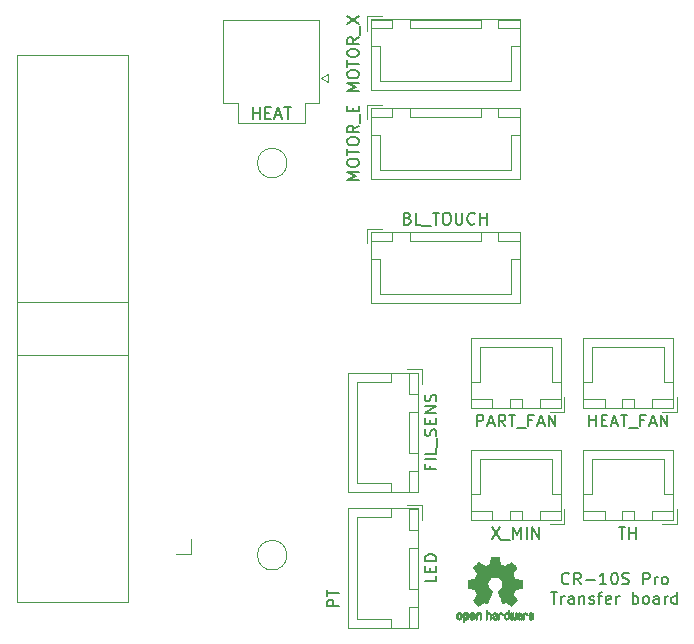
<source format=gbr>
G04 #@! TF.GenerationSoftware,KiCad,Pcbnew,(5.1.4-0-10_14)*
G04 #@! TF.CreationDate,2019-10-10T23:16:06+03:00*
G04 #@! TF.ProjectId,Transfer_Board,5472616e-7366-4657-925f-426f6172642e,rev?*
G04 #@! TF.SameCoordinates,Original*
G04 #@! TF.FileFunction,Legend,Top*
G04 #@! TF.FilePolarity,Positive*
%FSLAX46Y46*%
G04 Gerber Fmt 4.6, Leading zero omitted, Abs format (unit mm)*
G04 Created by KiCad (PCBNEW (5.1.4-0-10_14)) date 2019-10-10 23:16:06*
%MOMM*%
%LPD*%
G04 APERTURE LIST*
%ADD10C,0.150000*%
%ADD11C,0.010000*%
%ADD12C,0.120000*%
G04 APERTURE END LIST*
D10*
X140719047Y-95282142D02*
X140671428Y-95329761D01*
X140528571Y-95377380D01*
X140433333Y-95377380D01*
X140290476Y-95329761D01*
X140195238Y-95234523D01*
X140147619Y-95139285D01*
X140100000Y-94948809D01*
X140100000Y-94805952D01*
X140147619Y-94615476D01*
X140195238Y-94520238D01*
X140290476Y-94425000D01*
X140433333Y-94377380D01*
X140528571Y-94377380D01*
X140671428Y-94425000D01*
X140719047Y-94472619D01*
X141719047Y-95377380D02*
X141385714Y-94901190D01*
X141147619Y-95377380D02*
X141147619Y-94377380D01*
X141528571Y-94377380D01*
X141623809Y-94425000D01*
X141671428Y-94472619D01*
X141719047Y-94567857D01*
X141719047Y-94710714D01*
X141671428Y-94805952D01*
X141623809Y-94853571D01*
X141528571Y-94901190D01*
X141147619Y-94901190D01*
X142147619Y-94996428D02*
X142909523Y-94996428D01*
X143909523Y-95377380D02*
X143338095Y-95377380D01*
X143623809Y-95377380D02*
X143623809Y-94377380D01*
X143528571Y-94520238D01*
X143433333Y-94615476D01*
X143338095Y-94663095D01*
X144528571Y-94377380D02*
X144623809Y-94377380D01*
X144719047Y-94425000D01*
X144766666Y-94472619D01*
X144814285Y-94567857D01*
X144861904Y-94758333D01*
X144861904Y-94996428D01*
X144814285Y-95186904D01*
X144766666Y-95282142D01*
X144719047Y-95329761D01*
X144623809Y-95377380D01*
X144528571Y-95377380D01*
X144433333Y-95329761D01*
X144385714Y-95282142D01*
X144338095Y-95186904D01*
X144290476Y-94996428D01*
X144290476Y-94758333D01*
X144338095Y-94567857D01*
X144385714Y-94472619D01*
X144433333Y-94425000D01*
X144528571Y-94377380D01*
X145242857Y-95329761D02*
X145385714Y-95377380D01*
X145623809Y-95377380D01*
X145719047Y-95329761D01*
X145766666Y-95282142D01*
X145814285Y-95186904D01*
X145814285Y-95091666D01*
X145766666Y-94996428D01*
X145719047Y-94948809D01*
X145623809Y-94901190D01*
X145433333Y-94853571D01*
X145338095Y-94805952D01*
X145290476Y-94758333D01*
X145242857Y-94663095D01*
X145242857Y-94567857D01*
X145290476Y-94472619D01*
X145338095Y-94425000D01*
X145433333Y-94377380D01*
X145671428Y-94377380D01*
X145814285Y-94425000D01*
X147004761Y-95377380D02*
X147004761Y-94377380D01*
X147385714Y-94377380D01*
X147480952Y-94425000D01*
X147528571Y-94472619D01*
X147576190Y-94567857D01*
X147576190Y-94710714D01*
X147528571Y-94805952D01*
X147480952Y-94853571D01*
X147385714Y-94901190D01*
X147004761Y-94901190D01*
X148004761Y-95377380D02*
X148004761Y-94710714D01*
X148004761Y-94901190D02*
X148052380Y-94805952D01*
X148100000Y-94758333D01*
X148195238Y-94710714D01*
X148290476Y-94710714D01*
X148766666Y-95377380D02*
X148671428Y-95329761D01*
X148623809Y-95282142D01*
X148576190Y-95186904D01*
X148576190Y-94901190D01*
X148623809Y-94805952D01*
X148671428Y-94758333D01*
X148766666Y-94710714D01*
X148909523Y-94710714D01*
X149004761Y-94758333D01*
X149052380Y-94805952D01*
X149100000Y-94901190D01*
X149100000Y-95186904D01*
X149052380Y-95282142D01*
X149004761Y-95329761D01*
X148909523Y-95377380D01*
X148766666Y-95377380D01*
X139171428Y-96027380D02*
X139742857Y-96027380D01*
X139457142Y-97027380D02*
X139457142Y-96027380D01*
X140076190Y-97027380D02*
X140076190Y-96360714D01*
X140076190Y-96551190D02*
X140123809Y-96455952D01*
X140171428Y-96408333D01*
X140266666Y-96360714D01*
X140361904Y-96360714D01*
X141123809Y-97027380D02*
X141123809Y-96503571D01*
X141076190Y-96408333D01*
X140980952Y-96360714D01*
X140790476Y-96360714D01*
X140695238Y-96408333D01*
X141123809Y-96979761D02*
X141028571Y-97027380D01*
X140790476Y-97027380D01*
X140695238Y-96979761D01*
X140647619Y-96884523D01*
X140647619Y-96789285D01*
X140695238Y-96694047D01*
X140790476Y-96646428D01*
X141028571Y-96646428D01*
X141123809Y-96598809D01*
X141600000Y-96360714D02*
X141600000Y-97027380D01*
X141600000Y-96455952D02*
X141647619Y-96408333D01*
X141742857Y-96360714D01*
X141885714Y-96360714D01*
X141980952Y-96408333D01*
X142028571Y-96503571D01*
X142028571Y-97027380D01*
X142457142Y-96979761D02*
X142552380Y-97027380D01*
X142742857Y-97027380D01*
X142838095Y-96979761D01*
X142885714Y-96884523D01*
X142885714Y-96836904D01*
X142838095Y-96741666D01*
X142742857Y-96694047D01*
X142600000Y-96694047D01*
X142504761Y-96646428D01*
X142457142Y-96551190D01*
X142457142Y-96503571D01*
X142504761Y-96408333D01*
X142600000Y-96360714D01*
X142742857Y-96360714D01*
X142838095Y-96408333D01*
X143171428Y-96360714D02*
X143552380Y-96360714D01*
X143314285Y-97027380D02*
X143314285Y-96170238D01*
X143361904Y-96075000D01*
X143457142Y-96027380D01*
X143552380Y-96027380D01*
X144266666Y-96979761D02*
X144171428Y-97027380D01*
X143980952Y-97027380D01*
X143885714Y-96979761D01*
X143838095Y-96884523D01*
X143838095Y-96503571D01*
X143885714Y-96408333D01*
X143980952Y-96360714D01*
X144171428Y-96360714D01*
X144266666Y-96408333D01*
X144314285Y-96503571D01*
X144314285Y-96598809D01*
X143838095Y-96694047D01*
X144742857Y-97027380D02*
X144742857Y-96360714D01*
X144742857Y-96551190D02*
X144790476Y-96455952D01*
X144838095Y-96408333D01*
X144933333Y-96360714D01*
X145028571Y-96360714D01*
X146123809Y-97027380D02*
X146123809Y-96027380D01*
X146123809Y-96408333D02*
X146219047Y-96360714D01*
X146409523Y-96360714D01*
X146504761Y-96408333D01*
X146552380Y-96455952D01*
X146600000Y-96551190D01*
X146600000Y-96836904D01*
X146552380Y-96932142D01*
X146504761Y-96979761D01*
X146409523Y-97027380D01*
X146219047Y-97027380D01*
X146123809Y-96979761D01*
X147171428Y-97027380D02*
X147076190Y-96979761D01*
X147028571Y-96932142D01*
X146980952Y-96836904D01*
X146980952Y-96551190D01*
X147028571Y-96455952D01*
X147076190Y-96408333D01*
X147171428Y-96360714D01*
X147314285Y-96360714D01*
X147409523Y-96408333D01*
X147457142Y-96455952D01*
X147504761Y-96551190D01*
X147504761Y-96836904D01*
X147457142Y-96932142D01*
X147409523Y-96979761D01*
X147314285Y-97027380D01*
X147171428Y-97027380D01*
X148361904Y-97027380D02*
X148361904Y-96503571D01*
X148314285Y-96408333D01*
X148219047Y-96360714D01*
X148028571Y-96360714D01*
X147933333Y-96408333D01*
X148361904Y-96979761D02*
X148266666Y-97027380D01*
X148028571Y-97027380D01*
X147933333Y-96979761D01*
X147885714Y-96884523D01*
X147885714Y-96789285D01*
X147933333Y-96694047D01*
X148028571Y-96646428D01*
X148266666Y-96646428D01*
X148361904Y-96598809D01*
X148838095Y-97027380D02*
X148838095Y-96360714D01*
X148838095Y-96551190D02*
X148885714Y-96455952D01*
X148933333Y-96408333D01*
X149028571Y-96360714D01*
X149123809Y-96360714D01*
X149885714Y-97027380D02*
X149885714Y-96027380D01*
X149885714Y-96979761D02*
X149790476Y-97027380D01*
X149600000Y-97027380D01*
X149504761Y-96979761D01*
X149457142Y-96932142D01*
X149409523Y-96836904D01*
X149409523Y-96551190D01*
X149457142Y-96455952D01*
X149504761Y-96408333D01*
X149600000Y-96360714D01*
X149790476Y-96360714D01*
X149885714Y-96408333D01*
X121252380Y-97242857D02*
X120252380Y-97242857D01*
X120252380Y-96861904D01*
X120300000Y-96766666D01*
X120347619Y-96719047D01*
X120442857Y-96671428D01*
X120585714Y-96671428D01*
X120680952Y-96719047D01*
X120728571Y-96766666D01*
X120776190Y-96861904D01*
X120776190Y-97242857D01*
X120252380Y-96385714D02*
X120252380Y-95814285D01*
X121252380Y-96100000D02*
X120252380Y-96100000D01*
D11*
G36*
X134553910Y-93042348D02*
G01*
X134632454Y-93042778D01*
X134689298Y-93043942D01*
X134728105Y-93046207D01*
X134752538Y-93049940D01*
X134766262Y-93055506D01*
X134772940Y-93063273D01*
X134776236Y-93073605D01*
X134776556Y-93074943D01*
X134781562Y-93099079D01*
X134790829Y-93146701D01*
X134803392Y-93212741D01*
X134818287Y-93292128D01*
X134834551Y-93379796D01*
X134835119Y-93382875D01*
X134851410Y-93468789D01*
X134866652Y-93544696D01*
X134879861Y-93606045D01*
X134890054Y-93648282D01*
X134896248Y-93666855D01*
X134896543Y-93667184D01*
X134914788Y-93676253D01*
X134952405Y-93691367D01*
X135001271Y-93709262D01*
X135001543Y-93709358D01*
X135063093Y-93732493D01*
X135135657Y-93761965D01*
X135204057Y-93791597D01*
X135207294Y-93793062D01*
X135318702Y-93843626D01*
X135565399Y-93675160D01*
X135641077Y-93623803D01*
X135709631Y-93577889D01*
X135767088Y-93540030D01*
X135809476Y-93512837D01*
X135832825Y-93498921D01*
X135835042Y-93497889D01*
X135852010Y-93502484D01*
X135883701Y-93524655D01*
X135931352Y-93565447D01*
X135996198Y-93625905D01*
X136062397Y-93690227D01*
X136126214Y-93753612D01*
X136183329Y-93811451D01*
X136230305Y-93860175D01*
X136263703Y-93896210D01*
X136280085Y-93915984D01*
X136280694Y-93917002D01*
X136282505Y-93930572D01*
X136275683Y-93952733D01*
X136258540Y-93986478D01*
X136229393Y-94034800D01*
X136186555Y-94100692D01*
X136129448Y-94185517D01*
X136078766Y-94260177D01*
X136033461Y-94327140D01*
X135996150Y-94382516D01*
X135969452Y-94422420D01*
X135955985Y-94442962D01*
X135955137Y-94444356D01*
X135956781Y-94464038D01*
X135969245Y-94502293D01*
X135990048Y-94551889D01*
X135997462Y-94567728D01*
X136029814Y-94638290D01*
X136064328Y-94718353D01*
X136092365Y-94787629D01*
X136112568Y-94839045D01*
X136128615Y-94878119D01*
X136137888Y-94898541D01*
X136139041Y-94900114D01*
X136156096Y-94902721D01*
X136196298Y-94909863D01*
X136254302Y-94920523D01*
X136324763Y-94933685D01*
X136402335Y-94948333D01*
X136481672Y-94963449D01*
X136557431Y-94978018D01*
X136624264Y-94991022D01*
X136676828Y-95001445D01*
X136709776Y-95008270D01*
X136717857Y-95010199D01*
X136726205Y-95014962D01*
X136732506Y-95025718D01*
X136737045Y-95046098D01*
X136740104Y-95079734D01*
X136741967Y-95130255D01*
X136742918Y-95201292D01*
X136743240Y-95296476D01*
X136743257Y-95335492D01*
X136743257Y-95652799D01*
X136667057Y-95667839D01*
X136624663Y-95675995D01*
X136561400Y-95687899D01*
X136484962Y-95702116D01*
X136403043Y-95717210D01*
X136380400Y-95721355D01*
X136304806Y-95736053D01*
X136238953Y-95750505D01*
X136188366Y-95763375D01*
X136158574Y-95773322D01*
X136153612Y-95776287D01*
X136141426Y-95797283D01*
X136123953Y-95837967D01*
X136104577Y-95890322D01*
X136100734Y-95901600D01*
X136075339Y-95971523D01*
X136043817Y-96050418D01*
X136012969Y-96121266D01*
X136012817Y-96121595D01*
X135961447Y-96232733D01*
X136130399Y-96481253D01*
X136299352Y-96729772D01*
X136082429Y-96947058D01*
X136016819Y-97011726D01*
X135956979Y-97068733D01*
X135906267Y-97115033D01*
X135868046Y-97147584D01*
X135845675Y-97163343D01*
X135842466Y-97164343D01*
X135823626Y-97156469D01*
X135785180Y-97134578D01*
X135731330Y-97101267D01*
X135666276Y-97059131D01*
X135595940Y-97011943D01*
X135524555Y-96963810D01*
X135460908Y-96921928D01*
X135409041Y-96888871D01*
X135372995Y-96867218D01*
X135356867Y-96859543D01*
X135337189Y-96866037D01*
X135299875Y-96883150D01*
X135252621Y-96907326D01*
X135247612Y-96910013D01*
X135183977Y-96941927D01*
X135140341Y-96957579D01*
X135113202Y-96957745D01*
X135099057Y-96943204D01*
X135098975Y-96943000D01*
X135091905Y-96925779D01*
X135075042Y-96884899D01*
X135049695Y-96823525D01*
X135017171Y-96744819D01*
X134978778Y-96651947D01*
X134935822Y-96548072D01*
X134894222Y-96447502D01*
X134848504Y-96336516D01*
X134806526Y-96233703D01*
X134769548Y-96142215D01*
X134738827Y-96065201D01*
X134715622Y-96005815D01*
X134701190Y-95967209D01*
X134696743Y-95952800D01*
X134707896Y-95936272D01*
X134737069Y-95909930D01*
X134775971Y-95880887D01*
X134886757Y-95789039D01*
X134973351Y-95683759D01*
X135034716Y-95567266D01*
X135069815Y-95441776D01*
X135077608Y-95309507D01*
X135071943Y-95248457D01*
X135041078Y-95121795D01*
X134987920Y-95009941D01*
X134915767Y-94914001D01*
X134827917Y-94835076D01*
X134727665Y-94774270D01*
X134618310Y-94732687D01*
X134503147Y-94711428D01*
X134385475Y-94711599D01*
X134268590Y-94734301D01*
X134155789Y-94780638D01*
X134050369Y-94851713D01*
X134006368Y-94891911D01*
X133921979Y-94995129D01*
X133863222Y-95107925D01*
X133829704Y-95227010D01*
X133821035Y-95349095D01*
X133836823Y-95470893D01*
X133876678Y-95589116D01*
X133940207Y-95700475D01*
X134027021Y-95801684D01*
X134124029Y-95880887D01*
X134164437Y-95911162D01*
X134192982Y-95937219D01*
X134203257Y-95952825D01*
X134197877Y-95969843D01*
X134182575Y-96010500D01*
X134158612Y-96071642D01*
X134127244Y-96150119D01*
X134089732Y-96242780D01*
X134047333Y-96346472D01*
X134005663Y-96447526D01*
X133959690Y-96558607D01*
X133917107Y-96661541D01*
X133879221Y-96753165D01*
X133847340Y-96830316D01*
X133822771Y-96889831D01*
X133806820Y-96928544D01*
X133800910Y-96943000D01*
X133786948Y-96957685D01*
X133759940Y-96957642D01*
X133716413Y-96942099D01*
X133652890Y-96910284D01*
X133652388Y-96910013D01*
X133604560Y-96885323D01*
X133565897Y-96867338D01*
X133544095Y-96859614D01*
X133543133Y-96859543D01*
X133526721Y-96867378D01*
X133490487Y-96889165D01*
X133438474Y-96922328D01*
X133374725Y-96964291D01*
X133304060Y-97011943D01*
X133232116Y-97060191D01*
X133167274Y-97102151D01*
X133113735Y-97135227D01*
X133075697Y-97156821D01*
X133057533Y-97164343D01*
X133040808Y-97154457D01*
X133007180Y-97126826D01*
X132960010Y-97084495D01*
X132902658Y-97030505D01*
X132838484Y-96967899D01*
X132817497Y-96946983D01*
X132600499Y-96729623D01*
X132765668Y-96487220D01*
X132815864Y-96412781D01*
X132859919Y-96345972D01*
X132895362Y-96290665D01*
X132919719Y-96250729D01*
X132930522Y-96230036D01*
X132930838Y-96228563D01*
X132925143Y-96209058D01*
X132909826Y-96169822D01*
X132887537Y-96117430D01*
X132871893Y-96082355D01*
X132842641Y-96015201D01*
X132815094Y-95947358D01*
X132793737Y-95890034D01*
X132787935Y-95872572D01*
X132771452Y-95825938D01*
X132755340Y-95789905D01*
X132746490Y-95776287D01*
X132726960Y-95767952D01*
X132684334Y-95756137D01*
X132624145Y-95742181D01*
X132551922Y-95727422D01*
X132519600Y-95721355D01*
X132437522Y-95706273D01*
X132358795Y-95691669D01*
X132291109Y-95678980D01*
X132242160Y-95669642D01*
X132232943Y-95667839D01*
X132156743Y-95652799D01*
X132156743Y-95335492D01*
X132156914Y-95231154D01*
X132157616Y-95152213D01*
X132159134Y-95095038D01*
X132161749Y-95055999D01*
X132165746Y-95031465D01*
X132171409Y-95017805D01*
X132179020Y-95011389D01*
X132182143Y-95010199D01*
X132200978Y-95005980D01*
X132242588Y-94997562D01*
X132301630Y-94985961D01*
X132372757Y-94972195D01*
X132450625Y-94957280D01*
X132529887Y-94942232D01*
X132605198Y-94928069D01*
X132671213Y-94915806D01*
X132722587Y-94906461D01*
X132753975Y-94901050D01*
X132760959Y-94900114D01*
X132767285Y-94887596D01*
X132781290Y-94854246D01*
X132800355Y-94806377D01*
X132807634Y-94787629D01*
X132836996Y-94715195D01*
X132871571Y-94635170D01*
X132902537Y-94567728D01*
X132925323Y-94516159D01*
X132940482Y-94473785D01*
X132945542Y-94447834D01*
X132944736Y-94444356D01*
X132934041Y-94427936D01*
X132909620Y-94391417D01*
X132874095Y-94338687D01*
X132830087Y-94273635D01*
X132780217Y-94200151D01*
X132770356Y-94185645D01*
X132712492Y-94099704D01*
X132669956Y-94034261D01*
X132641054Y-93986304D01*
X132624090Y-93952820D01*
X132617367Y-93930795D01*
X132619190Y-93917217D01*
X132619236Y-93917131D01*
X132633586Y-93899297D01*
X132665323Y-93864817D01*
X132711010Y-93817268D01*
X132767204Y-93760222D01*
X132830468Y-93697255D01*
X132837602Y-93690227D01*
X132917330Y-93613020D01*
X132978857Y-93556330D01*
X133023421Y-93519110D01*
X133052257Y-93500315D01*
X133064958Y-93497889D01*
X133083494Y-93508471D01*
X133121961Y-93532916D01*
X133176386Y-93568612D01*
X133242798Y-93612947D01*
X133317225Y-93663311D01*
X133334601Y-93675160D01*
X133581297Y-93843626D01*
X133692706Y-93793062D01*
X133760457Y-93763595D01*
X133833183Y-93733959D01*
X133895703Y-93710330D01*
X133898457Y-93709358D01*
X133947360Y-93691457D01*
X133985057Y-93676320D01*
X134003425Y-93667210D01*
X134003456Y-93667184D01*
X134009285Y-93650717D01*
X134019192Y-93610219D01*
X134032195Y-93550242D01*
X134047309Y-93475340D01*
X134063552Y-93390064D01*
X134064881Y-93382875D01*
X134081175Y-93295014D01*
X134096133Y-93215260D01*
X134108791Y-93148681D01*
X134118186Y-93100347D01*
X134123354Y-93075325D01*
X134123444Y-93074943D01*
X134126589Y-93064299D01*
X134132704Y-93056262D01*
X134145453Y-93050467D01*
X134168500Y-93046547D01*
X134205509Y-93044135D01*
X134260144Y-93042865D01*
X134336067Y-93042371D01*
X134436944Y-93042286D01*
X134450000Y-93042286D01*
X134553910Y-93042348D01*
X134553910Y-93042348D01*
G37*
X134553910Y-93042348D02*
X134632454Y-93042778D01*
X134689298Y-93043942D01*
X134728105Y-93046207D01*
X134752538Y-93049940D01*
X134766262Y-93055506D01*
X134772940Y-93063273D01*
X134776236Y-93073605D01*
X134776556Y-93074943D01*
X134781562Y-93099079D01*
X134790829Y-93146701D01*
X134803392Y-93212741D01*
X134818287Y-93292128D01*
X134834551Y-93379796D01*
X134835119Y-93382875D01*
X134851410Y-93468789D01*
X134866652Y-93544696D01*
X134879861Y-93606045D01*
X134890054Y-93648282D01*
X134896248Y-93666855D01*
X134896543Y-93667184D01*
X134914788Y-93676253D01*
X134952405Y-93691367D01*
X135001271Y-93709262D01*
X135001543Y-93709358D01*
X135063093Y-93732493D01*
X135135657Y-93761965D01*
X135204057Y-93791597D01*
X135207294Y-93793062D01*
X135318702Y-93843626D01*
X135565399Y-93675160D01*
X135641077Y-93623803D01*
X135709631Y-93577889D01*
X135767088Y-93540030D01*
X135809476Y-93512837D01*
X135832825Y-93498921D01*
X135835042Y-93497889D01*
X135852010Y-93502484D01*
X135883701Y-93524655D01*
X135931352Y-93565447D01*
X135996198Y-93625905D01*
X136062397Y-93690227D01*
X136126214Y-93753612D01*
X136183329Y-93811451D01*
X136230305Y-93860175D01*
X136263703Y-93896210D01*
X136280085Y-93915984D01*
X136280694Y-93917002D01*
X136282505Y-93930572D01*
X136275683Y-93952733D01*
X136258540Y-93986478D01*
X136229393Y-94034800D01*
X136186555Y-94100692D01*
X136129448Y-94185517D01*
X136078766Y-94260177D01*
X136033461Y-94327140D01*
X135996150Y-94382516D01*
X135969452Y-94422420D01*
X135955985Y-94442962D01*
X135955137Y-94444356D01*
X135956781Y-94464038D01*
X135969245Y-94502293D01*
X135990048Y-94551889D01*
X135997462Y-94567728D01*
X136029814Y-94638290D01*
X136064328Y-94718353D01*
X136092365Y-94787629D01*
X136112568Y-94839045D01*
X136128615Y-94878119D01*
X136137888Y-94898541D01*
X136139041Y-94900114D01*
X136156096Y-94902721D01*
X136196298Y-94909863D01*
X136254302Y-94920523D01*
X136324763Y-94933685D01*
X136402335Y-94948333D01*
X136481672Y-94963449D01*
X136557431Y-94978018D01*
X136624264Y-94991022D01*
X136676828Y-95001445D01*
X136709776Y-95008270D01*
X136717857Y-95010199D01*
X136726205Y-95014962D01*
X136732506Y-95025718D01*
X136737045Y-95046098D01*
X136740104Y-95079734D01*
X136741967Y-95130255D01*
X136742918Y-95201292D01*
X136743240Y-95296476D01*
X136743257Y-95335492D01*
X136743257Y-95652799D01*
X136667057Y-95667839D01*
X136624663Y-95675995D01*
X136561400Y-95687899D01*
X136484962Y-95702116D01*
X136403043Y-95717210D01*
X136380400Y-95721355D01*
X136304806Y-95736053D01*
X136238953Y-95750505D01*
X136188366Y-95763375D01*
X136158574Y-95773322D01*
X136153612Y-95776287D01*
X136141426Y-95797283D01*
X136123953Y-95837967D01*
X136104577Y-95890322D01*
X136100734Y-95901600D01*
X136075339Y-95971523D01*
X136043817Y-96050418D01*
X136012969Y-96121266D01*
X136012817Y-96121595D01*
X135961447Y-96232733D01*
X136130399Y-96481253D01*
X136299352Y-96729772D01*
X136082429Y-96947058D01*
X136016819Y-97011726D01*
X135956979Y-97068733D01*
X135906267Y-97115033D01*
X135868046Y-97147584D01*
X135845675Y-97163343D01*
X135842466Y-97164343D01*
X135823626Y-97156469D01*
X135785180Y-97134578D01*
X135731330Y-97101267D01*
X135666276Y-97059131D01*
X135595940Y-97011943D01*
X135524555Y-96963810D01*
X135460908Y-96921928D01*
X135409041Y-96888871D01*
X135372995Y-96867218D01*
X135356867Y-96859543D01*
X135337189Y-96866037D01*
X135299875Y-96883150D01*
X135252621Y-96907326D01*
X135247612Y-96910013D01*
X135183977Y-96941927D01*
X135140341Y-96957579D01*
X135113202Y-96957745D01*
X135099057Y-96943204D01*
X135098975Y-96943000D01*
X135091905Y-96925779D01*
X135075042Y-96884899D01*
X135049695Y-96823525D01*
X135017171Y-96744819D01*
X134978778Y-96651947D01*
X134935822Y-96548072D01*
X134894222Y-96447502D01*
X134848504Y-96336516D01*
X134806526Y-96233703D01*
X134769548Y-96142215D01*
X134738827Y-96065201D01*
X134715622Y-96005815D01*
X134701190Y-95967209D01*
X134696743Y-95952800D01*
X134707896Y-95936272D01*
X134737069Y-95909930D01*
X134775971Y-95880887D01*
X134886757Y-95789039D01*
X134973351Y-95683759D01*
X135034716Y-95567266D01*
X135069815Y-95441776D01*
X135077608Y-95309507D01*
X135071943Y-95248457D01*
X135041078Y-95121795D01*
X134987920Y-95009941D01*
X134915767Y-94914001D01*
X134827917Y-94835076D01*
X134727665Y-94774270D01*
X134618310Y-94732687D01*
X134503147Y-94711428D01*
X134385475Y-94711599D01*
X134268590Y-94734301D01*
X134155789Y-94780638D01*
X134050369Y-94851713D01*
X134006368Y-94891911D01*
X133921979Y-94995129D01*
X133863222Y-95107925D01*
X133829704Y-95227010D01*
X133821035Y-95349095D01*
X133836823Y-95470893D01*
X133876678Y-95589116D01*
X133940207Y-95700475D01*
X134027021Y-95801684D01*
X134124029Y-95880887D01*
X134164437Y-95911162D01*
X134192982Y-95937219D01*
X134203257Y-95952825D01*
X134197877Y-95969843D01*
X134182575Y-96010500D01*
X134158612Y-96071642D01*
X134127244Y-96150119D01*
X134089732Y-96242780D01*
X134047333Y-96346472D01*
X134005663Y-96447526D01*
X133959690Y-96558607D01*
X133917107Y-96661541D01*
X133879221Y-96753165D01*
X133847340Y-96830316D01*
X133822771Y-96889831D01*
X133806820Y-96928544D01*
X133800910Y-96943000D01*
X133786948Y-96957685D01*
X133759940Y-96957642D01*
X133716413Y-96942099D01*
X133652890Y-96910284D01*
X133652388Y-96910013D01*
X133604560Y-96885323D01*
X133565897Y-96867338D01*
X133544095Y-96859614D01*
X133543133Y-96859543D01*
X133526721Y-96867378D01*
X133490487Y-96889165D01*
X133438474Y-96922328D01*
X133374725Y-96964291D01*
X133304060Y-97011943D01*
X133232116Y-97060191D01*
X133167274Y-97102151D01*
X133113735Y-97135227D01*
X133075697Y-97156821D01*
X133057533Y-97164343D01*
X133040808Y-97154457D01*
X133007180Y-97126826D01*
X132960010Y-97084495D01*
X132902658Y-97030505D01*
X132838484Y-96967899D01*
X132817497Y-96946983D01*
X132600499Y-96729623D01*
X132765668Y-96487220D01*
X132815864Y-96412781D01*
X132859919Y-96345972D01*
X132895362Y-96290665D01*
X132919719Y-96250729D01*
X132930522Y-96230036D01*
X132930838Y-96228563D01*
X132925143Y-96209058D01*
X132909826Y-96169822D01*
X132887537Y-96117430D01*
X132871893Y-96082355D01*
X132842641Y-96015201D01*
X132815094Y-95947358D01*
X132793737Y-95890034D01*
X132787935Y-95872572D01*
X132771452Y-95825938D01*
X132755340Y-95789905D01*
X132746490Y-95776287D01*
X132726960Y-95767952D01*
X132684334Y-95756137D01*
X132624145Y-95742181D01*
X132551922Y-95727422D01*
X132519600Y-95721355D01*
X132437522Y-95706273D01*
X132358795Y-95691669D01*
X132291109Y-95678980D01*
X132242160Y-95669642D01*
X132232943Y-95667839D01*
X132156743Y-95652799D01*
X132156743Y-95335492D01*
X132156914Y-95231154D01*
X132157616Y-95152213D01*
X132159134Y-95095038D01*
X132161749Y-95055999D01*
X132165746Y-95031465D01*
X132171409Y-95017805D01*
X132179020Y-95011389D01*
X132182143Y-95010199D01*
X132200978Y-95005980D01*
X132242588Y-94997562D01*
X132301630Y-94985961D01*
X132372757Y-94972195D01*
X132450625Y-94957280D01*
X132529887Y-94942232D01*
X132605198Y-94928069D01*
X132671213Y-94915806D01*
X132722587Y-94906461D01*
X132753975Y-94901050D01*
X132760959Y-94900114D01*
X132767285Y-94887596D01*
X132781290Y-94854246D01*
X132800355Y-94806377D01*
X132807634Y-94787629D01*
X132836996Y-94715195D01*
X132871571Y-94635170D01*
X132902537Y-94567728D01*
X132925323Y-94516159D01*
X132940482Y-94473785D01*
X132945542Y-94447834D01*
X132944736Y-94444356D01*
X132934041Y-94427936D01*
X132909620Y-94391417D01*
X132874095Y-94338687D01*
X132830087Y-94273635D01*
X132780217Y-94200151D01*
X132770356Y-94185645D01*
X132712492Y-94099704D01*
X132669956Y-94034261D01*
X132641054Y-93986304D01*
X132624090Y-93952820D01*
X132617367Y-93930795D01*
X132619190Y-93917217D01*
X132619236Y-93917131D01*
X132633586Y-93899297D01*
X132665323Y-93864817D01*
X132711010Y-93817268D01*
X132767204Y-93760222D01*
X132830468Y-93697255D01*
X132837602Y-93690227D01*
X132917330Y-93613020D01*
X132978857Y-93556330D01*
X133023421Y-93519110D01*
X133052257Y-93500315D01*
X133064958Y-93497889D01*
X133083494Y-93508471D01*
X133121961Y-93532916D01*
X133176386Y-93568612D01*
X133242798Y-93612947D01*
X133317225Y-93663311D01*
X133334601Y-93675160D01*
X133581297Y-93843626D01*
X133692706Y-93793062D01*
X133760457Y-93763595D01*
X133833183Y-93733959D01*
X133895703Y-93710330D01*
X133898457Y-93709358D01*
X133947360Y-93691457D01*
X133985057Y-93676320D01*
X134003425Y-93667210D01*
X134003456Y-93667184D01*
X134009285Y-93650717D01*
X134019192Y-93610219D01*
X134032195Y-93550242D01*
X134047309Y-93475340D01*
X134063552Y-93390064D01*
X134064881Y-93382875D01*
X134081175Y-93295014D01*
X134096133Y-93215260D01*
X134108791Y-93148681D01*
X134118186Y-93100347D01*
X134123354Y-93075325D01*
X134123444Y-93074943D01*
X134126589Y-93064299D01*
X134132704Y-93056262D01*
X134145453Y-93050467D01*
X134168500Y-93046547D01*
X134205509Y-93044135D01*
X134260144Y-93042865D01*
X134336067Y-93042371D01*
X134436944Y-93042286D01*
X134450000Y-93042286D01*
X134553910Y-93042348D01*
G36*
X137603595Y-97766966D02*
G01*
X137661021Y-97804497D01*
X137688719Y-97838096D01*
X137710662Y-97899064D01*
X137712405Y-97947308D01*
X137708457Y-98011816D01*
X137559686Y-98076934D01*
X137487349Y-98110202D01*
X137440084Y-98136964D01*
X137415507Y-98160144D01*
X137411237Y-98182667D01*
X137424889Y-98207455D01*
X137439943Y-98223886D01*
X137483746Y-98250235D01*
X137531389Y-98252081D01*
X137575145Y-98231546D01*
X137607289Y-98190752D01*
X137613038Y-98176347D01*
X137640576Y-98131356D01*
X137672258Y-98112182D01*
X137715714Y-98095779D01*
X137715714Y-98157966D01*
X137711872Y-98200283D01*
X137696823Y-98235969D01*
X137665280Y-98276943D01*
X137660592Y-98282267D01*
X137625506Y-98318720D01*
X137595347Y-98338283D01*
X137557615Y-98347283D01*
X137526335Y-98350230D01*
X137470385Y-98350965D01*
X137430555Y-98341660D01*
X137405708Y-98327846D01*
X137366656Y-98297467D01*
X137339625Y-98264613D01*
X137322517Y-98223294D01*
X137313238Y-98167521D01*
X137309693Y-98091305D01*
X137309410Y-98052622D01*
X137310372Y-98006247D01*
X137398007Y-98006247D01*
X137399023Y-98031126D01*
X137401556Y-98035200D01*
X137418274Y-98029665D01*
X137454249Y-98015017D01*
X137502331Y-97994190D01*
X137512386Y-97989714D01*
X137573152Y-97958814D01*
X137606632Y-97931657D01*
X137613990Y-97906220D01*
X137596391Y-97880481D01*
X137581856Y-97869109D01*
X137529410Y-97846364D01*
X137480322Y-97850122D01*
X137439227Y-97877884D01*
X137410758Y-97927152D01*
X137401631Y-97966257D01*
X137398007Y-98006247D01*
X137310372Y-98006247D01*
X137311285Y-97962249D01*
X137318196Y-97895384D01*
X137331884Y-97846695D01*
X137354096Y-97810849D01*
X137386574Y-97782513D01*
X137400733Y-97773355D01*
X137465053Y-97749507D01*
X137535473Y-97748006D01*
X137603595Y-97766966D01*
X137603595Y-97766966D01*
G37*
X137603595Y-97766966D02*
X137661021Y-97804497D01*
X137688719Y-97838096D01*
X137710662Y-97899064D01*
X137712405Y-97947308D01*
X137708457Y-98011816D01*
X137559686Y-98076934D01*
X137487349Y-98110202D01*
X137440084Y-98136964D01*
X137415507Y-98160144D01*
X137411237Y-98182667D01*
X137424889Y-98207455D01*
X137439943Y-98223886D01*
X137483746Y-98250235D01*
X137531389Y-98252081D01*
X137575145Y-98231546D01*
X137607289Y-98190752D01*
X137613038Y-98176347D01*
X137640576Y-98131356D01*
X137672258Y-98112182D01*
X137715714Y-98095779D01*
X137715714Y-98157966D01*
X137711872Y-98200283D01*
X137696823Y-98235969D01*
X137665280Y-98276943D01*
X137660592Y-98282267D01*
X137625506Y-98318720D01*
X137595347Y-98338283D01*
X137557615Y-98347283D01*
X137526335Y-98350230D01*
X137470385Y-98350965D01*
X137430555Y-98341660D01*
X137405708Y-98327846D01*
X137366656Y-98297467D01*
X137339625Y-98264613D01*
X137322517Y-98223294D01*
X137313238Y-98167521D01*
X137309693Y-98091305D01*
X137309410Y-98052622D01*
X137310372Y-98006247D01*
X137398007Y-98006247D01*
X137399023Y-98031126D01*
X137401556Y-98035200D01*
X137418274Y-98029665D01*
X137454249Y-98015017D01*
X137502331Y-97994190D01*
X137512386Y-97989714D01*
X137573152Y-97958814D01*
X137606632Y-97931657D01*
X137613990Y-97906220D01*
X137596391Y-97880481D01*
X137581856Y-97869109D01*
X137529410Y-97846364D01*
X137480322Y-97850122D01*
X137439227Y-97877884D01*
X137410758Y-97927152D01*
X137401631Y-97966257D01*
X137398007Y-98006247D01*
X137310372Y-98006247D01*
X137311285Y-97962249D01*
X137318196Y-97895384D01*
X137331884Y-97846695D01*
X137354096Y-97810849D01*
X137386574Y-97782513D01*
X137400733Y-97773355D01*
X137465053Y-97749507D01*
X137535473Y-97748006D01*
X137603595Y-97766966D01*
G36*
X137102600Y-97758752D02*
G01*
X137119948Y-97766334D01*
X137161356Y-97799128D01*
X137196765Y-97846547D01*
X137218664Y-97897151D01*
X137222229Y-97922098D01*
X137210279Y-97956927D01*
X137184067Y-97975357D01*
X137155964Y-97986516D01*
X137143095Y-97988572D01*
X137136829Y-97973649D01*
X137124456Y-97941175D01*
X137119028Y-97926502D01*
X137088590Y-97875744D01*
X137044520Y-97850427D01*
X136988010Y-97851206D01*
X136983825Y-97852203D01*
X136953655Y-97866507D01*
X136931476Y-97894393D01*
X136916327Y-97939287D01*
X136907250Y-98004615D01*
X136903286Y-98093804D01*
X136902914Y-98141261D01*
X136902730Y-98216071D01*
X136901522Y-98267069D01*
X136898309Y-98299471D01*
X136892109Y-98318495D01*
X136881940Y-98329356D01*
X136866819Y-98337272D01*
X136865946Y-98337670D01*
X136836828Y-98349981D01*
X136822403Y-98354514D01*
X136820186Y-98340809D01*
X136818289Y-98302925D01*
X136816847Y-98245715D01*
X136815998Y-98174027D01*
X136815829Y-98121565D01*
X136816692Y-98020047D01*
X136820070Y-97943032D01*
X136827142Y-97886023D01*
X136839088Y-97844526D01*
X136857090Y-97814043D01*
X136882327Y-97790080D01*
X136907247Y-97773355D01*
X136967171Y-97751097D01*
X137036911Y-97746076D01*
X137102600Y-97758752D01*
X137102600Y-97758752D01*
G37*
X137102600Y-97758752D02*
X137119948Y-97766334D01*
X137161356Y-97799128D01*
X137196765Y-97846547D01*
X137218664Y-97897151D01*
X137222229Y-97922098D01*
X137210279Y-97956927D01*
X137184067Y-97975357D01*
X137155964Y-97986516D01*
X137143095Y-97988572D01*
X137136829Y-97973649D01*
X137124456Y-97941175D01*
X137119028Y-97926502D01*
X137088590Y-97875744D01*
X137044520Y-97850427D01*
X136988010Y-97851206D01*
X136983825Y-97852203D01*
X136953655Y-97866507D01*
X136931476Y-97894393D01*
X136916327Y-97939287D01*
X136907250Y-98004615D01*
X136903286Y-98093804D01*
X136902914Y-98141261D01*
X136902730Y-98216071D01*
X136901522Y-98267069D01*
X136898309Y-98299471D01*
X136892109Y-98318495D01*
X136881940Y-98329356D01*
X136866819Y-98337272D01*
X136865946Y-98337670D01*
X136836828Y-98349981D01*
X136822403Y-98354514D01*
X136820186Y-98340809D01*
X136818289Y-98302925D01*
X136816847Y-98245715D01*
X136815998Y-98174027D01*
X136815829Y-98121565D01*
X136816692Y-98020047D01*
X136820070Y-97943032D01*
X136827142Y-97886023D01*
X136839088Y-97844526D01*
X136857090Y-97814043D01*
X136882327Y-97790080D01*
X136907247Y-97773355D01*
X136967171Y-97751097D01*
X137036911Y-97746076D01*
X137102600Y-97758752D01*
G36*
X136594876Y-97756335D02*
G01*
X136636667Y-97775344D01*
X136669469Y-97798378D01*
X136693503Y-97824133D01*
X136710097Y-97857358D01*
X136720577Y-97902800D01*
X136726271Y-97965207D01*
X136728507Y-98049327D01*
X136728743Y-98104721D01*
X136728743Y-98320826D01*
X136691774Y-98337670D01*
X136662656Y-98349981D01*
X136648231Y-98354514D01*
X136645472Y-98341025D01*
X136643282Y-98304653D01*
X136641942Y-98251542D01*
X136641657Y-98209372D01*
X136640434Y-98148447D01*
X136637136Y-98100115D01*
X136632321Y-98070518D01*
X136628496Y-98064229D01*
X136602783Y-98070652D01*
X136562418Y-98087125D01*
X136515679Y-98109458D01*
X136470845Y-98133457D01*
X136436193Y-98154930D01*
X136420002Y-98169685D01*
X136419938Y-98169845D01*
X136421330Y-98197152D01*
X136433818Y-98223219D01*
X136455743Y-98244392D01*
X136487743Y-98251474D01*
X136515092Y-98250649D01*
X136553826Y-98250042D01*
X136574158Y-98259116D01*
X136586369Y-98283092D01*
X136587909Y-98287613D01*
X136593203Y-98321806D01*
X136579047Y-98342568D01*
X136542148Y-98352462D01*
X136502289Y-98354292D01*
X136430562Y-98340727D01*
X136393432Y-98321355D01*
X136347576Y-98275845D01*
X136323256Y-98219983D01*
X136321073Y-98160957D01*
X136341629Y-98105953D01*
X136372549Y-98071486D01*
X136403420Y-98052189D01*
X136451942Y-98027759D01*
X136508485Y-98002985D01*
X136517910Y-97999199D01*
X136580019Y-97971791D01*
X136615822Y-97947634D01*
X136627337Y-97923619D01*
X136616580Y-97896635D01*
X136598114Y-97875543D01*
X136554469Y-97849572D01*
X136506446Y-97847624D01*
X136462406Y-97867637D01*
X136430709Y-97907551D01*
X136426549Y-97917848D01*
X136402327Y-97955724D01*
X136366965Y-97983842D01*
X136322343Y-98006917D01*
X136322343Y-97941485D01*
X136324969Y-97901506D01*
X136336230Y-97869997D01*
X136361199Y-97836378D01*
X136385169Y-97810484D01*
X136422441Y-97773817D01*
X136451401Y-97754121D01*
X136482505Y-97746220D01*
X136517713Y-97744914D01*
X136594876Y-97756335D01*
X136594876Y-97756335D01*
G37*
X136594876Y-97756335D02*
X136636667Y-97775344D01*
X136669469Y-97798378D01*
X136693503Y-97824133D01*
X136710097Y-97857358D01*
X136720577Y-97902800D01*
X136726271Y-97965207D01*
X136728507Y-98049327D01*
X136728743Y-98104721D01*
X136728743Y-98320826D01*
X136691774Y-98337670D01*
X136662656Y-98349981D01*
X136648231Y-98354514D01*
X136645472Y-98341025D01*
X136643282Y-98304653D01*
X136641942Y-98251542D01*
X136641657Y-98209372D01*
X136640434Y-98148447D01*
X136637136Y-98100115D01*
X136632321Y-98070518D01*
X136628496Y-98064229D01*
X136602783Y-98070652D01*
X136562418Y-98087125D01*
X136515679Y-98109458D01*
X136470845Y-98133457D01*
X136436193Y-98154930D01*
X136420002Y-98169685D01*
X136419938Y-98169845D01*
X136421330Y-98197152D01*
X136433818Y-98223219D01*
X136455743Y-98244392D01*
X136487743Y-98251474D01*
X136515092Y-98250649D01*
X136553826Y-98250042D01*
X136574158Y-98259116D01*
X136586369Y-98283092D01*
X136587909Y-98287613D01*
X136593203Y-98321806D01*
X136579047Y-98342568D01*
X136542148Y-98352462D01*
X136502289Y-98354292D01*
X136430562Y-98340727D01*
X136393432Y-98321355D01*
X136347576Y-98275845D01*
X136323256Y-98219983D01*
X136321073Y-98160957D01*
X136341629Y-98105953D01*
X136372549Y-98071486D01*
X136403420Y-98052189D01*
X136451942Y-98027759D01*
X136508485Y-98002985D01*
X136517910Y-97999199D01*
X136580019Y-97971791D01*
X136615822Y-97947634D01*
X136627337Y-97923619D01*
X136616580Y-97896635D01*
X136598114Y-97875543D01*
X136554469Y-97849572D01*
X136506446Y-97847624D01*
X136462406Y-97867637D01*
X136430709Y-97907551D01*
X136426549Y-97917848D01*
X136402327Y-97955724D01*
X136366965Y-97983842D01*
X136322343Y-98006917D01*
X136322343Y-97941485D01*
X136324969Y-97901506D01*
X136336230Y-97869997D01*
X136361199Y-97836378D01*
X136385169Y-97810484D01*
X136422441Y-97773817D01*
X136451401Y-97754121D01*
X136482505Y-97746220D01*
X136517713Y-97744914D01*
X136594876Y-97756335D01*
G36*
X136229833Y-97758663D02*
G01*
X136232048Y-97796850D01*
X136233784Y-97854886D01*
X136234899Y-97928180D01*
X136235257Y-98005055D01*
X136235257Y-98265196D01*
X136189326Y-98311127D01*
X136157675Y-98339429D01*
X136129890Y-98350893D01*
X136091915Y-98350168D01*
X136076840Y-98348321D01*
X136029726Y-98342948D01*
X135990756Y-98339869D01*
X135981257Y-98339585D01*
X135949233Y-98341445D01*
X135903432Y-98346114D01*
X135885674Y-98348321D01*
X135842057Y-98351735D01*
X135812745Y-98344320D01*
X135783680Y-98321427D01*
X135773188Y-98311127D01*
X135727257Y-98265196D01*
X135727257Y-97778602D01*
X135764226Y-97761758D01*
X135796059Y-97749282D01*
X135814683Y-97744914D01*
X135819458Y-97758718D01*
X135823921Y-97797286D01*
X135827775Y-97856356D01*
X135830722Y-97931663D01*
X135832143Y-97995286D01*
X135836114Y-98245657D01*
X135870759Y-98250556D01*
X135902268Y-98247131D01*
X135917708Y-98236041D01*
X135922023Y-98215308D01*
X135925708Y-98171145D01*
X135928469Y-98109146D01*
X135930012Y-98034909D01*
X135930235Y-97996706D01*
X135930457Y-97776783D01*
X135976166Y-97760849D01*
X136008518Y-97750015D01*
X136026115Y-97744962D01*
X136026623Y-97744914D01*
X136028388Y-97758648D01*
X136030329Y-97796730D01*
X136032282Y-97854482D01*
X136034084Y-97927227D01*
X136035343Y-97995286D01*
X136039314Y-98245657D01*
X136126400Y-98245657D01*
X136130396Y-98017240D01*
X136134392Y-97788822D01*
X136176847Y-97766868D01*
X136208192Y-97751793D01*
X136226744Y-97744951D01*
X136227279Y-97744914D01*
X136229833Y-97758663D01*
X136229833Y-97758663D01*
G37*
X136229833Y-97758663D02*
X136232048Y-97796850D01*
X136233784Y-97854886D01*
X136234899Y-97928180D01*
X136235257Y-98005055D01*
X136235257Y-98265196D01*
X136189326Y-98311127D01*
X136157675Y-98339429D01*
X136129890Y-98350893D01*
X136091915Y-98350168D01*
X136076840Y-98348321D01*
X136029726Y-98342948D01*
X135990756Y-98339869D01*
X135981257Y-98339585D01*
X135949233Y-98341445D01*
X135903432Y-98346114D01*
X135885674Y-98348321D01*
X135842057Y-98351735D01*
X135812745Y-98344320D01*
X135783680Y-98321427D01*
X135773188Y-98311127D01*
X135727257Y-98265196D01*
X135727257Y-97778602D01*
X135764226Y-97761758D01*
X135796059Y-97749282D01*
X135814683Y-97744914D01*
X135819458Y-97758718D01*
X135823921Y-97797286D01*
X135827775Y-97856356D01*
X135830722Y-97931663D01*
X135832143Y-97995286D01*
X135836114Y-98245657D01*
X135870759Y-98250556D01*
X135902268Y-98247131D01*
X135917708Y-98236041D01*
X135922023Y-98215308D01*
X135925708Y-98171145D01*
X135928469Y-98109146D01*
X135930012Y-98034909D01*
X135930235Y-97996706D01*
X135930457Y-97776783D01*
X135976166Y-97760849D01*
X136008518Y-97750015D01*
X136026115Y-97744962D01*
X136026623Y-97744914D01*
X136028388Y-97758648D01*
X136030329Y-97796730D01*
X136032282Y-97854482D01*
X136034084Y-97927227D01*
X136035343Y-97995286D01*
X136039314Y-98245657D01*
X136126400Y-98245657D01*
X136130396Y-98017240D01*
X136134392Y-97788822D01*
X136176847Y-97766868D01*
X136208192Y-97751793D01*
X136226744Y-97744951D01*
X136227279Y-97744914D01*
X136229833Y-97758663D01*
G36*
X135640117Y-97865358D02*
G01*
X135639933Y-97973837D01*
X135639219Y-98057287D01*
X135637675Y-98119704D01*
X135635001Y-98165085D01*
X135630894Y-98197429D01*
X135625055Y-98220733D01*
X135617182Y-98238995D01*
X135611221Y-98249418D01*
X135561855Y-98305945D01*
X135499264Y-98341377D01*
X135430013Y-98354090D01*
X135360668Y-98342463D01*
X135319375Y-98321568D01*
X135276025Y-98285422D01*
X135246481Y-98241276D01*
X135228655Y-98183462D01*
X135220463Y-98106313D01*
X135219302Y-98049714D01*
X135219458Y-98045647D01*
X135320857Y-98045647D01*
X135321476Y-98110550D01*
X135324314Y-98153514D01*
X135330840Y-98181622D01*
X135342523Y-98201953D01*
X135356483Y-98217288D01*
X135403365Y-98246890D01*
X135453701Y-98249419D01*
X135501276Y-98224705D01*
X135504979Y-98221356D01*
X135520783Y-98203935D01*
X135530693Y-98183209D01*
X135536058Y-98152362D01*
X135538228Y-98104577D01*
X135538571Y-98051748D01*
X135537827Y-97985381D01*
X135534748Y-97941106D01*
X135528061Y-97912009D01*
X135516496Y-97891173D01*
X135507013Y-97880107D01*
X135462960Y-97852198D01*
X135412224Y-97848843D01*
X135363796Y-97870159D01*
X135354450Y-97878073D01*
X135338540Y-97895647D01*
X135328610Y-97916587D01*
X135323278Y-97947782D01*
X135321163Y-97996122D01*
X135320857Y-98045647D01*
X135219458Y-98045647D01*
X135222810Y-97958568D01*
X135234726Y-97890086D01*
X135257135Y-97838600D01*
X135292124Y-97798443D01*
X135319375Y-97777861D01*
X135368907Y-97755625D01*
X135426316Y-97745304D01*
X135479682Y-97748067D01*
X135509543Y-97759212D01*
X135521261Y-97762383D01*
X135529037Y-97750557D01*
X135534465Y-97718866D01*
X135538571Y-97670593D01*
X135543067Y-97616829D01*
X135549313Y-97584482D01*
X135560676Y-97565985D01*
X135580528Y-97553770D01*
X135593000Y-97548362D01*
X135640171Y-97528601D01*
X135640117Y-97865358D01*
X135640117Y-97865358D01*
G37*
X135640117Y-97865358D02*
X135639933Y-97973837D01*
X135639219Y-98057287D01*
X135637675Y-98119704D01*
X135635001Y-98165085D01*
X135630894Y-98197429D01*
X135625055Y-98220733D01*
X135617182Y-98238995D01*
X135611221Y-98249418D01*
X135561855Y-98305945D01*
X135499264Y-98341377D01*
X135430013Y-98354090D01*
X135360668Y-98342463D01*
X135319375Y-98321568D01*
X135276025Y-98285422D01*
X135246481Y-98241276D01*
X135228655Y-98183462D01*
X135220463Y-98106313D01*
X135219302Y-98049714D01*
X135219458Y-98045647D01*
X135320857Y-98045647D01*
X135321476Y-98110550D01*
X135324314Y-98153514D01*
X135330840Y-98181622D01*
X135342523Y-98201953D01*
X135356483Y-98217288D01*
X135403365Y-98246890D01*
X135453701Y-98249419D01*
X135501276Y-98224705D01*
X135504979Y-98221356D01*
X135520783Y-98203935D01*
X135530693Y-98183209D01*
X135536058Y-98152362D01*
X135538228Y-98104577D01*
X135538571Y-98051748D01*
X135537827Y-97985381D01*
X135534748Y-97941106D01*
X135528061Y-97912009D01*
X135516496Y-97891173D01*
X135507013Y-97880107D01*
X135462960Y-97852198D01*
X135412224Y-97848843D01*
X135363796Y-97870159D01*
X135354450Y-97878073D01*
X135338540Y-97895647D01*
X135328610Y-97916587D01*
X135323278Y-97947782D01*
X135321163Y-97996122D01*
X135320857Y-98045647D01*
X135219458Y-98045647D01*
X135222810Y-97958568D01*
X135234726Y-97890086D01*
X135257135Y-97838600D01*
X135292124Y-97798443D01*
X135319375Y-97777861D01*
X135368907Y-97755625D01*
X135426316Y-97745304D01*
X135479682Y-97748067D01*
X135509543Y-97759212D01*
X135521261Y-97762383D01*
X135529037Y-97750557D01*
X135534465Y-97718866D01*
X135538571Y-97670593D01*
X135543067Y-97616829D01*
X135549313Y-97584482D01*
X135560676Y-97565985D01*
X135580528Y-97553770D01*
X135593000Y-97548362D01*
X135640171Y-97528601D01*
X135640117Y-97865358D01*
G36*
X134979926Y-97749755D02*
G01*
X135045858Y-97774084D01*
X135099273Y-97817117D01*
X135120164Y-97847409D01*
X135142939Y-97902994D01*
X135142466Y-97943186D01*
X135118562Y-97970217D01*
X135109717Y-97974813D01*
X135071530Y-97989144D01*
X135052028Y-97985472D01*
X135045422Y-97961407D01*
X135045086Y-97948114D01*
X135032992Y-97899210D01*
X135001471Y-97864999D01*
X134957659Y-97848476D01*
X134908695Y-97852634D01*
X134868894Y-97874227D01*
X134855450Y-97886544D01*
X134845921Y-97901487D01*
X134839485Y-97924075D01*
X134835317Y-97959328D01*
X134832597Y-98012266D01*
X134830502Y-98087907D01*
X134829960Y-98111857D01*
X134827981Y-98193790D01*
X134825731Y-98251455D01*
X134822357Y-98289608D01*
X134817006Y-98313004D01*
X134808824Y-98326398D01*
X134796959Y-98334545D01*
X134789362Y-98338144D01*
X134757102Y-98350452D01*
X134738111Y-98354514D01*
X134731836Y-98340948D01*
X134728006Y-98299934D01*
X134726600Y-98230999D01*
X134727598Y-98133669D01*
X134727908Y-98118657D01*
X134730101Y-98029859D01*
X134732693Y-97965019D01*
X134736382Y-97919067D01*
X134741864Y-97886935D01*
X134749835Y-97863553D01*
X134760993Y-97843852D01*
X134766830Y-97835410D01*
X134800296Y-97798057D01*
X134837727Y-97769003D01*
X134842309Y-97766467D01*
X134909426Y-97746443D01*
X134979926Y-97749755D01*
X134979926Y-97749755D01*
G37*
X134979926Y-97749755D02*
X135045858Y-97774084D01*
X135099273Y-97817117D01*
X135120164Y-97847409D01*
X135142939Y-97902994D01*
X135142466Y-97943186D01*
X135118562Y-97970217D01*
X135109717Y-97974813D01*
X135071530Y-97989144D01*
X135052028Y-97985472D01*
X135045422Y-97961407D01*
X135045086Y-97948114D01*
X135032992Y-97899210D01*
X135001471Y-97864999D01*
X134957659Y-97848476D01*
X134908695Y-97852634D01*
X134868894Y-97874227D01*
X134855450Y-97886544D01*
X134845921Y-97901487D01*
X134839485Y-97924075D01*
X134835317Y-97959328D01*
X134832597Y-98012266D01*
X134830502Y-98087907D01*
X134829960Y-98111857D01*
X134827981Y-98193790D01*
X134825731Y-98251455D01*
X134822357Y-98289608D01*
X134817006Y-98313004D01*
X134808824Y-98326398D01*
X134796959Y-98334545D01*
X134789362Y-98338144D01*
X134757102Y-98350452D01*
X134738111Y-98354514D01*
X134731836Y-98340948D01*
X134728006Y-98299934D01*
X134726600Y-98230999D01*
X134727598Y-98133669D01*
X134727908Y-98118657D01*
X134730101Y-98029859D01*
X134732693Y-97965019D01*
X134736382Y-97919067D01*
X134741864Y-97886935D01*
X134749835Y-97863553D01*
X134760993Y-97843852D01*
X134766830Y-97835410D01*
X134800296Y-97798057D01*
X134837727Y-97769003D01*
X134842309Y-97766467D01*
X134909426Y-97746443D01*
X134979926Y-97749755D01*
G36*
X134489744Y-97750968D02*
G01*
X134546616Y-97772087D01*
X134547267Y-97772493D01*
X134582440Y-97798380D01*
X134608407Y-97828633D01*
X134626670Y-97868058D01*
X134638732Y-97921462D01*
X134646096Y-97993651D01*
X134650264Y-98089432D01*
X134650629Y-98103078D01*
X134655876Y-98308842D01*
X134611716Y-98331678D01*
X134579763Y-98347110D01*
X134560470Y-98354423D01*
X134559578Y-98354514D01*
X134556239Y-98341022D01*
X134553587Y-98304626D01*
X134551956Y-98251452D01*
X134551600Y-98208393D01*
X134551592Y-98138641D01*
X134548403Y-98094837D01*
X134537288Y-98073944D01*
X134513501Y-98072925D01*
X134472296Y-98088741D01*
X134410086Y-98117815D01*
X134364341Y-98141963D01*
X134340813Y-98162913D01*
X134333896Y-98185747D01*
X134333886Y-98186877D01*
X134345299Y-98226212D01*
X134379092Y-98247462D01*
X134430809Y-98250539D01*
X134468061Y-98250006D01*
X134487703Y-98260735D01*
X134499952Y-98286505D01*
X134507002Y-98319337D01*
X134496842Y-98337966D01*
X134493017Y-98340632D01*
X134457001Y-98351340D01*
X134406566Y-98352856D01*
X134354626Y-98345759D01*
X134317822Y-98332788D01*
X134266938Y-98289585D01*
X134238014Y-98229446D01*
X134232286Y-98182462D01*
X134236657Y-98140082D01*
X134252475Y-98105488D01*
X134283797Y-98074763D01*
X134334678Y-98043990D01*
X134409176Y-98009252D01*
X134413714Y-98007288D01*
X134480821Y-97976287D01*
X134522232Y-97950862D01*
X134539981Y-97928014D01*
X134536107Y-97904745D01*
X134512643Y-97878056D01*
X134505627Y-97871914D01*
X134458630Y-97848100D01*
X134409933Y-97849103D01*
X134367522Y-97872451D01*
X134339384Y-97915675D01*
X134336769Y-97924160D01*
X134311308Y-97965308D01*
X134279001Y-97985128D01*
X134232286Y-98004770D01*
X134232286Y-97953950D01*
X134246496Y-97880082D01*
X134288675Y-97812327D01*
X134310624Y-97789661D01*
X134360517Y-97760569D01*
X134423967Y-97747400D01*
X134489744Y-97750968D01*
X134489744Y-97750968D01*
G37*
X134489744Y-97750968D02*
X134546616Y-97772087D01*
X134547267Y-97772493D01*
X134582440Y-97798380D01*
X134608407Y-97828633D01*
X134626670Y-97868058D01*
X134638732Y-97921462D01*
X134646096Y-97993651D01*
X134650264Y-98089432D01*
X134650629Y-98103078D01*
X134655876Y-98308842D01*
X134611716Y-98331678D01*
X134579763Y-98347110D01*
X134560470Y-98354423D01*
X134559578Y-98354514D01*
X134556239Y-98341022D01*
X134553587Y-98304626D01*
X134551956Y-98251452D01*
X134551600Y-98208393D01*
X134551592Y-98138641D01*
X134548403Y-98094837D01*
X134537288Y-98073944D01*
X134513501Y-98072925D01*
X134472296Y-98088741D01*
X134410086Y-98117815D01*
X134364341Y-98141963D01*
X134340813Y-98162913D01*
X134333896Y-98185747D01*
X134333886Y-98186877D01*
X134345299Y-98226212D01*
X134379092Y-98247462D01*
X134430809Y-98250539D01*
X134468061Y-98250006D01*
X134487703Y-98260735D01*
X134499952Y-98286505D01*
X134507002Y-98319337D01*
X134496842Y-98337966D01*
X134493017Y-98340632D01*
X134457001Y-98351340D01*
X134406566Y-98352856D01*
X134354626Y-98345759D01*
X134317822Y-98332788D01*
X134266938Y-98289585D01*
X134238014Y-98229446D01*
X134232286Y-98182462D01*
X134236657Y-98140082D01*
X134252475Y-98105488D01*
X134283797Y-98074763D01*
X134334678Y-98043990D01*
X134409176Y-98009252D01*
X134413714Y-98007288D01*
X134480821Y-97976287D01*
X134522232Y-97950862D01*
X134539981Y-97928014D01*
X134536107Y-97904745D01*
X134512643Y-97878056D01*
X134505627Y-97871914D01*
X134458630Y-97848100D01*
X134409933Y-97849103D01*
X134367522Y-97872451D01*
X134339384Y-97915675D01*
X134336769Y-97924160D01*
X134311308Y-97965308D01*
X134279001Y-97985128D01*
X134232286Y-98004770D01*
X134232286Y-97953950D01*
X134246496Y-97880082D01*
X134288675Y-97812327D01*
X134310624Y-97789661D01*
X134360517Y-97760569D01*
X134423967Y-97747400D01*
X134489744Y-97750968D01*
G36*
X133825886Y-97651289D02*
G01*
X133830139Y-97710613D01*
X133835025Y-97745572D01*
X133841795Y-97760820D01*
X133851702Y-97761015D01*
X133854914Y-97759195D01*
X133897644Y-97746015D01*
X133953227Y-97746785D01*
X134009737Y-97760333D01*
X134045082Y-97777861D01*
X134081321Y-97805861D01*
X134107813Y-97837549D01*
X134125999Y-97877813D01*
X134137322Y-97931543D01*
X134143222Y-98003626D01*
X134145143Y-98098951D01*
X134145177Y-98117237D01*
X134145200Y-98322646D01*
X134099491Y-98338580D01*
X134067027Y-98349420D01*
X134049215Y-98354468D01*
X134048691Y-98354514D01*
X134046937Y-98340828D01*
X134045444Y-98303076D01*
X134044326Y-98246224D01*
X134043697Y-98175234D01*
X134043600Y-98132073D01*
X134043398Y-98046973D01*
X134042358Y-97985981D01*
X134039831Y-97944177D01*
X134035164Y-97916642D01*
X134027707Y-97898456D01*
X134016811Y-97884698D01*
X134010007Y-97878073D01*
X133963272Y-97851375D01*
X133912272Y-97849375D01*
X133866001Y-97871955D01*
X133857444Y-97880107D01*
X133844893Y-97895436D01*
X133836188Y-97913618D01*
X133830631Y-97939909D01*
X133827526Y-97979562D01*
X133826176Y-98037832D01*
X133825886Y-98118173D01*
X133825886Y-98322646D01*
X133780177Y-98338580D01*
X133747713Y-98349420D01*
X133729901Y-98354468D01*
X133729377Y-98354514D01*
X133728037Y-98340623D01*
X133726828Y-98301439D01*
X133725801Y-98240700D01*
X133725002Y-98162141D01*
X133724481Y-98069498D01*
X133724286Y-97966509D01*
X133724286Y-97569342D01*
X133771457Y-97549444D01*
X133818629Y-97529547D01*
X133825886Y-97651289D01*
X133825886Y-97651289D01*
G37*
X133825886Y-97651289D02*
X133830139Y-97710613D01*
X133835025Y-97745572D01*
X133841795Y-97760820D01*
X133851702Y-97761015D01*
X133854914Y-97759195D01*
X133897644Y-97746015D01*
X133953227Y-97746785D01*
X134009737Y-97760333D01*
X134045082Y-97777861D01*
X134081321Y-97805861D01*
X134107813Y-97837549D01*
X134125999Y-97877813D01*
X134137322Y-97931543D01*
X134143222Y-98003626D01*
X134145143Y-98098951D01*
X134145177Y-98117237D01*
X134145200Y-98322646D01*
X134099491Y-98338580D01*
X134067027Y-98349420D01*
X134049215Y-98354468D01*
X134048691Y-98354514D01*
X134046937Y-98340828D01*
X134045444Y-98303076D01*
X134044326Y-98246224D01*
X134043697Y-98175234D01*
X134043600Y-98132073D01*
X134043398Y-98046973D01*
X134042358Y-97985981D01*
X134039831Y-97944177D01*
X134035164Y-97916642D01*
X134027707Y-97898456D01*
X134016811Y-97884698D01*
X134010007Y-97878073D01*
X133963272Y-97851375D01*
X133912272Y-97849375D01*
X133866001Y-97871955D01*
X133857444Y-97880107D01*
X133844893Y-97895436D01*
X133836188Y-97913618D01*
X133830631Y-97939909D01*
X133827526Y-97979562D01*
X133826176Y-98037832D01*
X133825886Y-98118173D01*
X133825886Y-98322646D01*
X133780177Y-98338580D01*
X133747713Y-98349420D01*
X133729901Y-98354468D01*
X133729377Y-98354514D01*
X133728037Y-98340623D01*
X133726828Y-98301439D01*
X133725801Y-98240700D01*
X133725002Y-98162141D01*
X133724481Y-98069498D01*
X133724286Y-97966509D01*
X133724286Y-97569342D01*
X133771457Y-97549444D01*
X133818629Y-97529547D01*
X133825886Y-97651289D01*
G36*
X132618303Y-97731239D02*
G01*
X132675527Y-97769735D01*
X132719749Y-97825335D01*
X132746167Y-97896086D01*
X132751510Y-97948162D01*
X132750903Y-97969893D01*
X132745822Y-97986531D01*
X132731855Y-98001437D01*
X132704589Y-98017973D01*
X132659612Y-98039498D01*
X132592511Y-98069374D01*
X132592171Y-98069524D01*
X132530407Y-98097813D01*
X132479759Y-98122933D01*
X132445404Y-98142179D01*
X132432518Y-98152848D01*
X132432514Y-98152934D01*
X132443872Y-98176166D01*
X132470431Y-98201774D01*
X132500923Y-98220221D01*
X132516370Y-98223886D01*
X132558515Y-98211212D01*
X132594808Y-98179471D01*
X132612517Y-98144572D01*
X132629552Y-98118845D01*
X132662922Y-98089546D01*
X132702149Y-98064235D01*
X132736756Y-98050471D01*
X132743993Y-98049714D01*
X132752139Y-98062160D01*
X132752630Y-98093972D01*
X132746643Y-98136866D01*
X132735357Y-98182558D01*
X132719950Y-98222761D01*
X132719171Y-98224322D01*
X132672804Y-98289062D01*
X132612711Y-98333097D01*
X132544465Y-98354711D01*
X132473638Y-98352185D01*
X132405804Y-98323804D01*
X132402788Y-98321808D01*
X132349427Y-98273448D01*
X132314340Y-98210352D01*
X132294922Y-98127387D01*
X132292316Y-98104078D01*
X132287701Y-97994055D01*
X132293233Y-97942748D01*
X132432514Y-97942748D01*
X132434324Y-97974753D01*
X132444222Y-97984093D01*
X132468898Y-97977105D01*
X132507795Y-97960587D01*
X132551275Y-97939881D01*
X132552356Y-97939333D01*
X132589209Y-97919949D01*
X132604000Y-97907013D01*
X132600353Y-97893451D01*
X132584995Y-97875632D01*
X132545923Y-97849845D01*
X132503846Y-97847950D01*
X132466103Y-97866717D01*
X132440034Y-97902915D01*
X132432514Y-97942748D01*
X132293233Y-97942748D01*
X132297194Y-97906027D01*
X132321550Y-97836212D01*
X132355456Y-97787302D01*
X132416653Y-97737878D01*
X132484063Y-97713359D01*
X132552880Y-97711797D01*
X132618303Y-97731239D01*
X132618303Y-97731239D01*
G37*
X132618303Y-97731239D02*
X132675527Y-97769735D01*
X132719749Y-97825335D01*
X132746167Y-97896086D01*
X132751510Y-97948162D01*
X132750903Y-97969893D01*
X132745822Y-97986531D01*
X132731855Y-98001437D01*
X132704589Y-98017973D01*
X132659612Y-98039498D01*
X132592511Y-98069374D01*
X132592171Y-98069524D01*
X132530407Y-98097813D01*
X132479759Y-98122933D01*
X132445404Y-98142179D01*
X132432518Y-98152848D01*
X132432514Y-98152934D01*
X132443872Y-98176166D01*
X132470431Y-98201774D01*
X132500923Y-98220221D01*
X132516370Y-98223886D01*
X132558515Y-98211212D01*
X132594808Y-98179471D01*
X132612517Y-98144572D01*
X132629552Y-98118845D01*
X132662922Y-98089546D01*
X132702149Y-98064235D01*
X132736756Y-98050471D01*
X132743993Y-98049714D01*
X132752139Y-98062160D01*
X132752630Y-98093972D01*
X132746643Y-98136866D01*
X132735357Y-98182558D01*
X132719950Y-98222761D01*
X132719171Y-98224322D01*
X132672804Y-98289062D01*
X132612711Y-98333097D01*
X132544465Y-98354711D01*
X132473638Y-98352185D01*
X132405804Y-98323804D01*
X132402788Y-98321808D01*
X132349427Y-98273448D01*
X132314340Y-98210352D01*
X132294922Y-98127387D01*
X132292316Y-98104078D01*
X132287701Y-97994055D01*
X132293233Y-97942748D01*
X132432514Y-97942748D01*
X132434324Y-97974753D01*
X132444222Y-97984093D01*
X132468898Y-97977105D01*
X132507795Y-97960587D01*
X132551275Y-97939881D01*
X132552356Y-97939333D01*
X132589209Y-97919949D01*
X132604000Y-97907013D01*
X132600353Y-97893451D01*
X132584995Y-97875632D01*
X132545923Y-97849845D01*
X132503846Y-97847950D01*
X132466103Y-97866717D01*
X132440034Y-97902915D01*
X132432514Y-97942748D01*
X132293233Y-97942748D01*
X132297194Y-97906027D01*
X132321550Y-97836212D01*
X132355456Y-97787302D01*
X132416653Y-97737878D01*
X132484063Y-97713359D01*
X132552880Y-97711797D01*
X132618303Y-97731239D01*
G36*
X131491115Y-97721962D02*
G01*
X131559145Y-97757733D01*
X131609351Y-97815301D01*
X131627185Y-97852312D01*
X131641063Y-97907882D01*
X131648167Y-97978096D01*
X131648840Y-98054727D01*
X131643427Y-98129552D01*
X131632270Y-98194342D01*
X131615714Y-98240873D01*
X131610626Y-98248887D01*
X131550355Y-98308707D01*
X131478769Y-98344535D01*
X131401092Y-98355020D01*
X131322548Y-98338810D01*
X131300689Y-98329092D01*
X131258122Y-98299143D01*
X131220763Y-98259433D01*
X131217232Y-98254397D01*
X131202881Y-98230124D01*
X131193394Y-98204178D01*
X131187790Y-98170022D01*
X131185086Y-98121119D01*
X131184299Y-98050935D01*
X131184286Y-98035200D01*
X131184322Y-98030192D01*
X131329429Y-98030192D01*
X131330273Y-98096430D01*
X131333596Y-98140386D01*
X131340583Y-98168779D01*
X131352416Y-98188325D01*
X131358457Y-98194857D01*
X131393186Y-98219680D01*
X131426903Y-98218548D01*
X131460995Y-98197016D01*
X131481329Y-98174029D01*
X131493371Y-98140478D01*
X131500134Y-98087569D01*
X131500598Y-98081399D01*
X131501752Y-97985513D01*
X131489688Y-97914299D01*
X131464570Y-97868194D01*
X131426560Y-97847635D01*
X131412992Y-97846514D01*
X131377364Y-97852152D01*
X131352994Y-97871686D01*
X131338093Y-97909042D01*
X131330875Y-97968150D01*
X131329429Y-98030192D01*
X131184322Y-98030192D01*
X131184826Y-97960413D01*
X131187096Y-97908159D01*
X131192068Y-97871949D01*
X131200713Y-97845299D01*
X131214005Y-97821722D01*
X131216943Y-97817338D01*
X131266313Y-97758249D01*
X131320109Y-97723947D01*
X131385602Y-97710331D01*
X131407842Y-97709665D01*
X131491115Y-97721962D01*
X131491115Y-97721962D01*
G37*
X131491115Y-97721962D02*
X131559145Y-97757733D01*
X131609351Y-97815301D01*
X131627185Y-97852312D01*
X131641063Y-97907882D01*
X131648167Y-97978096D01*
X131648840Y-98054727D01*
X131643427Y-98129552D01*
X131632270Y-98194342D01*
X131615714Y-98240873D01*
X131610626Y-98248887D01*
X131550355Y-98308707D01*
X131478769Y-98344535D01*
X131401092Y-98355020D01*
X131322548Y-98338810D01*
X131300689Y-98329092D01*
X131258122Y-98299143D01*
X131220763Y-98259433D01*
X131217232Y-98254397D01*
X131202881Y-98230124D01*
X131193394Y-98204178D01*
X131187790Y-98170022D01*
X131185086Y-98121119D01*
X131184299Y-98050935D01*
X131184286Y-98035200D01*
X131184322Y-98030192D01*
X131329429Y-98030192D01*
X131330273Y-98096430D01*
X131333596Y-98140386D01*
X131340583Y-98168779D01*
X131352416Y-98188325D01*
X131358457Y-98194857D01*
X131393186Y-98219680D01*
X131426903Y-98218548D01*
X131460995Y-98197016D01*
X131481329Y-98174029D01*
X131493371Y-98140478D01*
X131500134Y-98087569D01*
X131500598Y-98081399D01*
X131501752Y-97985513D01*
X131489688Y-97914299D01*
X131464570Y-97868194D01*
X131426560Y-97847635D01*
X131412992Y-97846514D01*
X131377364Y-97852152D01*
X131352994Y-97871686D01*
X131338093Y-97909042D01*
X131330875Y-97968150D01*
X131329429Y-98030192D01*
X131184322Y-98030192D01*
X131184826Y-97960413D01*
X131187096Y-97908159D01*
X131192068Y-97871949D01*
X131200713Y-97845299D01*
X131214005Y-97821722D01*
X131216943Y-97817338D01*
X131266313Y-97758249D01*
X131320109Y-97723947D01*
X131385602Y-97710331D01*
X131407842Y-97709665D01*
X131491115Y-97721962D01*
G36*
X133166093Y-97727780D02*
G01*
X133212672Y-97754723D01*
X133245057Y-97781466D01*
X133268742Y-97809484D01*
X133285059Y-97843748D01*
X133295339Y-97889227D01*
X133300914Y-97950892D01*
X133303116Y-98033711D01*
X133303371Y-98093246D01*
X133303371Y-98312391D01*
X133241686Y-98340044D01*
X133180000Y-98367697D01*
X133172743Y-98127670D01*
X133169744Y-98038028D01*
X133166598Y-97972962D01*
X133162701Y-97928026D01*
X133157447Y-97898770D01*
X133150231Y-97880748D01*
X133140450Y-97869511D01*
X133137312Y-97867079D01*
X133089761Y-97848083D01*
X133041697Y-97855600D01*
X133013086Y-97875543D01*
X133001447Y-97889675D01*
X132993391Y-97908220D01*
X132988271Y-97936334D01*
X132985441Y-97979173D01*
X132984256Y-98041895D01*
X132984057Y-98107261D01*
X132984018Y-98189268D01*
X132982614Y-98247316D01*
X132977914Y-98286465D01*
X132967987Y-98311780D01*
X132950903Y-98328323D01*
X132924732Y-98341156D01*
X132889775Y-98354491D01*
X132851596Y-98369007D01*
X132856141Y-98111389D01*
X132857971Y-98018519D01*
X132860112Y-97949889D01*
X132863181Y-97900711D01*
X132867794Y-97866198D01*
X132874568Y-97841562D01*
X132884119Y-97822016D01*
X132895634Y-97804770D01*
X132951190Y-97749680D01*
X133018980Y-97717822D01*
X133092713Y-97710191D01*
X133166093Y-97727780D01*
X133166093Y-97727780D01*
G37*
X133166093Y-97727780D02*
X133212672Y-97754723D01*
X133245057Y-97781466D01*
X133268742Y-97809484D01*
X133285059Y-97843748D01*
X133295339Y-97889227D01*
X133300914Y-97950892D01*
X133303116Y-98033711D01*
X133303371Y-98093246D01*
X133303371Y-98312391D01*
X133241686Y-98340044D01*
X133180000Y-98367697D01*
X133172743Y-98127670D01*
X133169744Y-98038028D01*
X133166598Y-97972962D01*
X133162701Y-97928026D01*
X133157447Y-97898770D01*
X133150231Y-97880748D01*
X133140450Y-97869511D01*
X133137312Y-97867079D01*
X133089761Y-97848083D01*
X133041697Y-97855600D01*
X133013086Y-97875543D01*
X133001447Y-97889675D01*
X132993391Y-97908220D01*
X132988271Y-97936334D01*
X132985441Y-97979173D01*
X132984256Y-98041895D01*
X132984057Y-98107261D01*
X132984018Y-98189268D01*
X132982614Y-98247316D01*
X132977914Y-98286465D01*
X132967987Y-98311780D01*
X132950903Y-98328323D01*
X132924732Y-98341156D01*
X132889775Y-98354491D01*
X132851596Y-98369007D01*
X132856141Y-98111389D01*
X132857971Y-98018519D01*
X132860112Y-97949889D01*
X132863181Y-97900711D01*
X132867794Y-97866198D01*
X132874568Y-97841562D01*
X132884119Y-97822016D01*
X132895634Y-97804770D01*
X132951190Y-97749680D01*
X133018980Y-97717822D01*
X133092713Y-97710191D01*
X133166093Y-97727780D01*
G36*
X132049744Y-97719918D02*
G01*
X132105201Y-97747568D01*
X132154148Y-97798480D01*
X132167629Y-97817338D01*
X132182314Y-97842015D01*
X132191842Y-97868816D01*
X132197293Y-97904587D01*
X132199747Y-97956169D01*
X132200286Y-98024267D01*
X132197852Y-98117588D01*
X132189394Y-98187657D01*
X132173174Y-98239931D01*
X132147454Y-98279869D01*
X132110497Y-98312929D01*
X132107782Y-98314886D01*
X132071360Y-98334908D01*
X132027502Y-98344815D01*
X131971724Y-98347257D01*
X131881048Y-98347257D01*
X131881010Y-98435283D01*
X131880166Y-98484308D01*
X131875024Y-98513065D01*
X131861587Y-98530311D01*
X131835858Y-98544808D01*
X131829679Y-98547769D01*
X131800764Y-98561648D01*
X131778376Y-98570414D01*
X131761729Y-98571171D01*
X131750036Y-98561023D01*
X131742510Y-98537073D01*
X131738366Y-98496426D01*
X131736815Y-98436186D01*
X131737071Y-98353455D01*
X131738349Y-98245339D01*
X131738748Y-98213000D01*
X131740185Y-98101524D01*
X131741472Y-98028603D01*
X131880971Y-98028603D01*
X131881755Y-98090499D01*
X131885240Y-98130997D01*
X131893124Y-98157708D01*
X131907105Y-98178244D01*
X131916597Y-98188260D01*
X131955404Y-98217567D01*
X131989763Y-98219952D01*
X132025216Y-98195750D01*
X132026114Y-98194857D01*
X132040539Y-98176153D01*
X132049313Y-98150732D01*
X132053739Y-98111584D01*
X132055118Y-98051697D01*
X132055143Y-98038430D01*
X132051812Y-97955901D01*
X132040969Y-97898691D01*
X132021340Y-97863766D01*
X131991650Y-97848094D01*
X131974491Y-97846514D01*
X131933766Y-97853926D01*
X131905832Y-97878330D01*
X131889017Y-97922980D01*
X131881650Y-97991130D01*
X131880971Y-98028603D01*
X131741472Y-98028603D01*
X131741708Y-98015245D01*
X131743677Y-97950333D01*
X131746450Y-97902958D01*
X131750388Y-97869290D01*
X131755849Y-97845498D01*
X131763192Y-97827753D01*
X131772777Y-97812224D01*
X131776887Y-97806381D01*
X131831405Y-97751185D01*
X131900336Y-97719890D01*
X131980072Y-97711165D01*
X132049744Y-97719918D01*
X132049744Y-97719918D01*
G37*
X132049744Y-97719918D02*
X132105201Y-97747568D01*
X132154148Y-97798480D01*
X132167629Y-97817338D01*
X132182314Y-97842015D01*
X132191842Y-97868816D01*
X132197293Y-97904587D01*
X132199747Y-97956169D01*
X132200286Y-98024267D01*
X132197852Y-98117588D01*
X132189394Y-98187657D01*
X132173174Y-98239931D01*
X132147454Y-98279869D01*
X132110497Y-98312929D01*
X132107782Y-98314886D01*
X132071360Y-98334908D01*
X132027502Y-98344815D01*
X131971724Y-98347257D01*
X131881048Y-98347257D01*
X131881010Y-98435283D01*
X131880166Y-98484308D01*
X131875024Y-98513065D01*
X131861587Y-98530311D01*
X131835858Y-98544808D01*
X131829679Y-98547769D01*
X131800764Y-98561648D01*
X131778376Y-98570414D01*
X131761729Y-98571171D01*
X131750036Y-98561023D01*
X131742510Y-98537073D01*
X131738366Y-98496426D01*
X131736815Y-98436186D01*
X131737071Y-98353455D01*
X131738349Y-98245339D01*
X131738748Y-98213000D01*
X131740185Y-98101524D01*
X131741472Y-98028603D01*
X131880971Y-98028603D01*
X131881755Y-98090499D01*
X131885240Y-98130997D01*
X131893124Y-98157708D01*
X131907105Y-98178244D01*
X131916597Y-98188260D01*
X131955404Y-98217567D01*
X131989763Y-98219952D01*
X132025216Y-98195750D01*
X132026114Y-98194857D01*
X132040539Y-98176153D01*
X132049313Y-98150732D01*
X132053739Y-98111584D01*
X132055118Y-98051697D01*
X132055143Y-98038430D01*
X132051812Y-97955901D01*
X132040969Y-97898691D01*
X132021340Y-97863766D01*
X131991650Y-97848094D01*
X131974491Y-97846514D01*
X131933766Y-97853926D01*
X131905832Y-97878330D01*
X131889017Y-97922980D01*
X131881650Y-97991130D01*
X131880971Y-98028603D01*
X131741472Y-98028603D01*
X131741708Y-98015245D01*
X131743677Y-97950333D01*
X131746450Y-97902958D01*
X131750388Y-97869290D01*
X131755849Y-97845498D01*
X131763192Y-97827753D01*
X131772777Y-97812224D01*
X131776887Y-97806381D01*
X131831405Y-97751185D01*
X131900336Y-97719890D01*
X131980072Y-97711165D01*
X132049744Y-97719918D01*
D12*
X116851000Y-92900000D02*
G75*
G03X116851000Y-92900000I-1251000J0D01*
G01*
X116851000Y-59700000D02*
G75*
G03X116851000Y-59700000I-1251000J0D01*
G01*
X140350000Y-90250000D02*
X140350000Y-89000000D01*
X139100000Y-90250000D02*
X140350000Y-90250000D01*
X133200000Y-84750000D02*
X136250000Y-84750000D01*
X133200000Y-87700000D02*
X133200000Y-84750000D01*
X132450000Y-87700000D02*
X133200000Y-87700000D01*
X139300000Y-84750000D02*
X136250000Y-84750000D01*
X139300000Y-87700000D02*
X139300000Y-84750000D01*
X140050000Y-87700000D02*
X139300000Y-87700000D01*
X132450000Y-89950000D02*
X134250000Y-89950000D01*
X132450000Y-89200000D02*
X132450000Y-89950000D01*
X134250000Y-89200000D02*
X132450000Y-89200000D01*
X134250000Y-89950000D02*
X134250000Y-89200000D01*
X138250000Y-89950000D02*
X140050000Y-89950000D01*
X138250000Y-89200000D02*
X138250000Y-89950000D01*
X140050000Y-89200000D02*
X138250000Y-89200000D01*
X140050000Y-89950000D02*
X140050000Y-89200000D01*
X135750000Y-89950000D02*
X136750000Y-89950000D01*
X135750000Y-89200000D02*
X135750000Y-89950000D01*
X136750000Y-89200000D02*
X135750000Y-89200000D01*
X136750000Y-89950000D02*
X136750000Y-89200000D01*
X132440000Y-89960000D02*
X140060000Y-89960000D01*
X132440000Y-83990000D02*
X132440000Y-89960000D01*
X140060000Y-83990000D02*
X132440000Y-83990000D01*
X140060000Y-89960000D02*
X140060000Y-83990000D01*
X149850000Y-90250000D02*
X149850000Y-89000000D01*
X148600000Y-90250000D02*
X149850000Y-90250000D01*
X142700000Y-84750000D02*
X145750000Y-84750000D01*
X142700000Y-87700000D02*
X142700000Y-84750000D01*
X141950000Y-87700000D02*
X142700000Y-87700000D01*
X148800000Y-84750000D02*
X145750000Y-84750000D01*
X148800000Y-87700000D02*
X148800000Y-84750000D01*
X149550000Y-87700000D02*
X148800000Y-87700000D01*
X141950000Y-89950000D02*
X143750000Y-89950000D01*
X141950000Y-89200000D02*
X141950000Y-89950000D01*
X143750000Y-89200000D02*
X141950000Y-89200000D01*
X143750000Y-89950000D02*
X143750000Y-89200000D01*
X147750000Y-89950000D02*
X149550000Y-89950000D01*
X147750000Y-89200000D02*
X147750000Y-89950000D01*
X149550000Y-89200000D02*
X147750000Y-89200000D01*
X149550000Y-89950000D02*
X149550000Y-89200000D01*
X145250000Y-89950000D02*
X146250000Y-89950000D01*
X145250000Y-89200000D02*
X145250000Y-89950000D01*
X146250000Y-89200000D02*
X145250000Y-89200000D01*
X146250000Y-89950000D02*
X146250000Y-89200000D01*
X141940000Y-89960000D02*
X149560000Y-89960000D01*
X141940000Y-83990000D02*
X141940000Y-89960000D01*
X149560000Y-83990000D02*
X141940000Y-83990000D01*
X149560000Y-89960000D02*
X149560000Y-83990000D01*
X103370000Y-50590000D02*
X103370000Y-96850000D01*
X103370000Y-50590000D02*
X94020000Y-50590000D01*
X103370000Y-71470000D02*
X94020000Y-71470000D01*
X103370000Y-75970000D02*
X94020000Y-75970000D01*
X103370000Y-96850000D02*
X94020000Y-96850000D01*
X94020000Y-96850000D02*
X94020000Y-50590000D01*
X107500000Y-92770000D02*
X108770000Y-92770000D01*
X108770000Y-92770000D02*
X108770000Y-91500000D01*
X140350000Y-80750000D02*
X140350000Y-79500000D01*
X139100000Y-80750000D02*
X140350000Y-80750000D01*
X133200000Y-75250000D02*
X136250000Y-75250000D01*
X133200000Y-78200000D02*
X133200000Y-75250000D01*
X132450000Y-78200000D02*
X133200000Y-78200000D01*
X139300000Y-75250000D02*
X136250000Y-75250000D01*
X139300000Y-78200000D02*
X139300000Y-75250000D01*
X140050000Y-78200000D02*
X139300000Y-78200000D01*
X132450000Y-80450000D02*
X134250000Y-80450000D01*
X132450000Y-79700000D02*
X132450000Y-80450000D01*
X134250000Y-79700000D02*
X132450000Y-79700000D01*
X134250000Y-80450000D02*
X134250000Y-79700000D01*
X138250000Y-80450000D02*
X140050000Y-80450000D01*
X138250000Y-79700000D02*
X138250000Y-80450000D01*
X140050000Y-79700000D02*
X138250000Y-79700000D01*
X140050000Y-80450000D02*
X140050000Y-79700000D01*
X135750000Y-80450000D02*
X136750000Y-80450000D01*
X135750000Y-79700000D02*
X135750000Y-80450000D01*
X136750000Y-79700000D02*
X135750000Y-79700000D01*
X136750000Y-80450000D02*
X136750000Y-79700000D01*
X132440000Y-80460000D02*
X140060000Y-80460000D01*
X132440000Y-74490000D02*
X132440000Y-80460000D01*
X140060000Y-74490000D02*
X132440000Y-74490000D01*
X140060000Y-80460000D02*
X140060000Y-74490000D01*
X123650000Y-47250000D02*
X123650000Y-48500000D01*
X124900000Y-47250000D02*
X123650000Y-47250000D01*
X135800000Y-52750000D02*
X130250000Y-52750000D01*
X135800000Y-49800000D02*
X135800000Y-52750000D01*
X136550000Y-49800000D02*
X135800000Y-49800000D01*
X124700000Y-52750000D02*
X130250000Y-52750000D01*
X124700000Y-49800000D02*
X124700000Y-52750000D01*
X123950000Y-49800000D02*
X124700000Y-49800000D01*
X136550000Y-47550000D02*
X134750000Y-47550000D01*
X136550000Y-48300000D02*
X136550000Y-47550000D01*
X134750000Y-48300000D02*
X136550000Y-48300000D01*
X134750000Y-47550000D02*
X134750000Y-48300000D01*
X125750000Y-47550000D02*
X123950000Y-47550000D01*
X125750000Y-48300000D02*
X125750000Y-47550000D01*
X123950000Y-48300000D02*
X125750000Y-48300000D01*
X123950000Y-47550000D02*
X123950000Y-48300000D01*
X133250000Y-47550000D02*
X127250000Y-47550000D01*
X133250000Y-48300000D02*
X133250000Y-47550000D01*
X127250000Y-48300000D02*
X133250000Y-48300000D01*
X127250000Y-47550000D02*
X127250000Y-48300000D01*
X136560000Y-47540000D02*
X123940000Y-47540000D01*
X136560000Y-53510000D02*
X136560000Y-47540000D01*
X123940000Y-53510000D02*
X136560000Y-53510000D01*
X123940000Y-47540000D02*
X123940000Y-53510000D01*
X123650000Y-54750000D02*
X123650000Y-56000000D01*
X124900000Y-54750000D02*
X123650000Y-54750000D01*
X135800000Y-60250000D02*
X130250000Y-60250000D01*
X135800000Y-57300000D02*
X135800000Y-60250000D01*
X136550000Y-57300000D02*
X135800000Y-57300000D01*
X124700000Y-60250000D02*
X130250000Y-60250000D01*
X124700000Y-57300000D02*
X124700000Y-60250000D01*
X123950000Y-57300000D02*
X124700000Y-57300000D01*
X136550000Y-55050000D02*
X134750000Y-55050000D01*
X136550000Y-55800000D02*
X136550000Y-55050000D01*
X134750000Y-55800000D02*
X136550000Y-55800000D01*
X134750000Y-55050000D02*
X134750000Y-55800000D01*
X125750000Y-55050000D02*
X123950000Y-55050000D01*
X125750000Y-55800000D02*
X125750000Y-55050000D01*
X123950000Y-55800000D02*
X125750000Y-55800000D01*
X123950000Y-55050000D02*
X123950000Y-55800000D01*
X133250000Y-55050000D02*
X127250000Y-55050000D01*
X133250000Y-55800000D02*
X133250000Y-55050000D01*
X127250000Y-55800000D02*
X133250000Y-55800000D01*
X127250000Y-55050000D02*
X127250000Y-55800000D01*
X136560000Y-55040000D02*
X123940000Y-55040000D01*
X136560000Y-61010000D02*
X136560000Y-55040000D01*
X123940000Y-61010000D02*
X136560000Y-61010000D01*
X123940000Y-55040000D02*
X123940000Y-61010000D01*
X128250000Y-88650000D02*
X127000000Y-88650000D01*
X128250000Y-89900000D02*
X128250000Y-88650000D01*
X122750000Y-98300000D02*
X122750000Y-94000000D01*
X125700000Y-98300000D02*
X122750000Y-98300000D01*
X125700000Y-99050000D02*
X125700000Y-98300000D01*
X122750000Y-89700000D02*
X122750000Y-94000000D01*
X125700000Y-89700000D02*
X122750000Y-89700000D01*
X125700000Y-88950000D02*
X125700000Y-89700000D01*
X127950000Y-99050000D02*
X127950000Y-97250000D01*
X127200000Y-99050000D02*
X127950000Y-99050000D01*
X127200000Y-97250000D02*
X127200000Y-99050000D01*
X127950000Y-97250000D02*
X127200000Y-97250000D01*
X127950000Y-90750000D02*
X127950000Y-88950000D01*
X127200000Y-90750000D02*
X127950000Y-90750000D01*
X127200000Y-88950000D02*
X127200000Y-90750000D01*
X127950000Y-88950000D02*
X127200000Y-88950000D01*
X127950000Y-95750000D02*
X127950000Y-92250000D01*
X127200000Y-95750000D02*
X127950000Y-95750000D01*
X127200000Y-92250000D02*
X127200000Y-95750000D01*
X127950000Y-92250000D02*
X127200000Y-92250000D01*
X127960000Y-99060000D02*
X127960000Y-88940000D01*
X121990000Y-99060000D02*
X127960000Y-99060000D01*
X121990000Y-88940000D02*
X121990000Y-99060000D01*
X127960000Y-88940000D02*
X121990000Y-88940000D01*
X149850000Y-80750000D02*
X149850000Y-79500000D01*
X148600000Y-80750000D02*
X149850000Y-80750000D01*
X142700000Y-75250000D02*
X145750000Y-75250000D01*
X142700000Y-78200000D02*
X142700000Y-75250000D01*
X141950000Y-78200000D02*
X142700000Y-78200000D01*
X148800000Y-75250000D02*
X145750000Y-75250000D01*
X148800000Y-78200000D02*
X148800000Y-75250000D01*
X149550000Y-78200000D02*
X148800000Y-78200000D01*
X141950000Y-80450000D02*
X143750000Y-80450000D01*
X141950000Y-79700000D02*
X141950000Y-80450000D01*
X143750000Y-79700000D02*
X141950000Y-79700000D01*
X143750000Y-80450000D02*
X143750000Y-79700000D01*
X147750000Y-80450000D02*
X149550000Y-80450000D01*
X147750000Y-79700000D02*
X147750000Y-80450000D01*
X149550000Y-79700000D02*
X147750000Y-79700000D01*
X149550000Y-80450000D02*
X149550000Y-79700000D01*
X145250000Y-80450000D02*
X146250000Y-80450000D01*
X145250000Y-79700000D02*
X145250000Y-80450000D01*
X146250000Y-79700000D02*
X145250000Y-79700000D01*
X146250000Y-80450000D02*
X146250000Y-79700000D01*
X141940000Y-80460000D02*
X149560000Y-80460000D01*
X141940000Y-74490000D02*
X141940000Y-80460000D01*
X149560000Y-74490000D02*
X141940000Y-74490000D01*
X149560000Y-80460000D02*
X149560000Y-74490000D01*
X120360000Y-52800000D02*
X119760000Y-52500000D01*
X120360000Y-52200000D02*
X120360000Y-52800000D01*
X119760000Y-52500000D02*
X120360000Y-52200000D01*
X111480000Y-47590000D02*
X119560000Y-47590000D01*
X111480000Y-54610000D02*
X111480000Y-47590000D01*
X112680000Y-54610000D02*
X111480000Y-54610000D01*
X112680000Y-56310000D02*
X112680000Y-54610000D01*
X118360000Y-56310000D02*
X112680000Y-56310000D01*
X118360000Y-54610000D02*
X118360000Y-56310000D01*
X119560000Y-54610000D02*
X118360000Y-54610000D01*
X119560000Y-47590000D02*
X119560000Y-54610000D01*
X128250000Y-77150000D02*
X127000000Y-77150000D01*
X128250000Y-78400000D02*
X128250000Y-77150000D01*
X122750000Y-86800000D02*
X122750000Y-82500000D01*
X125700000Y-86800000D02*
X122750000Y-86800000D01*
X125700000Y-87550000D02*
X125700000Y-86800000D01*
X122750000Y-78200000D02*
X122750000Y-82500000D01*
X125700000Y-78200000D02*
X122750000Y-78200000D01*
X125700000Y-77450000D02*
X125700000Y-78200000D01*
X127950000Y-87550000D02*
X127950000Y-85750000D01*
X127200000Y-87550000D02*
X127950000Y-87550000D01*
X127200000Y-85750000D02*
X127200000Y-87550000D01*
X127950000Y-85750000D02*
X127200000Y-85750000D01*
X127950000Y-79250000D02*
X127950000Y-77450000D01*
X127200000Y-79250000D02*
X127950000Y-79250000D01*
X127200000Y-77450000D02*
X127200000Y-79250000D01*
X127950000Y-77450000D02*
X127200000Y-77450000D01*
X127950000Y-84250000D02*
X127950000Y-80750000D01*
X127200000Y-84250000D02*
X127950000Y-84250000D01*
X127200000Y-80750000D02*
X127200000Y-84250000D01*
X127950000Y-80750000D02*
X127200000Y-80750000D01*
X127960000Y-87560000D02*
X127960000Y-77440000D01*
X121990000Y-87560000D02*
X127960000Y-87560000D01*
X121990000Y-77440000D02*
X121990000Y-87560000D01*
X127960000Y-77440000D02*
X121990000Y-77440000D01*
X123650000Y-65250000D02*
X123650000Y-66500000D01*
X124900000Y-65250000D02*
X123650000Y-65250000D01*
X135800000Y-70750000D02*
X130250000Y-70750000D01*
X135800000Y-67800000D02*
X135800000Y-70750000D01*
X136550000Y-67800000D02*
X135800000Y-67800000D01*
X124700000Y-70750000D02*
X130250000Y-70750000D01*
X124700000Y-67800000D02*
X124700000Y-70750000D01*
X123950000Y-67800000D02*
X124700000Y-67800000D01*
X136550000Y-65550000D02*
X134750000Y-65550000D01*
X136550000Y-66300000D02*
X136550000Y-65550000D01*
X134750000Y-66300000D02*
X136550000Y-66300000D01*
X134750000Y-65550000D02*
X134750000Y-66300000D01*
X125750000Y-65550000D02*
X123950000Y-65550000D01*
X125750000Y-66300000D02*
X125750000Y-65550000D01*
X123950000Y-66300000D02*
X125750000Y-66300000D01*
X123950000Y-65550000D02*
X123950000Y-66300000D01*
X133250000Y-65550000D02*
X127250000Y-65550000D01*
X133250000Y-66300000D02*
X133250000Y-65550000D01*
X127250000Y-66300000D02*
X133250000Y-66300000D01*
X127250000Y-65550000D02*
X127250000Y-66300000D01*
X136560000Y-65540000D02*
X123940000Y-65540000D01*
X136560000Y-71510000D02*
X136560000Y-65540000D01*
X123940000Y-71510000D02*
X136560000Y-71510000D01*
X123940000Y-65540000D02*
X123940000Y-71510000D01*
D10*
X134202380Y-90502380D02*
X134869047Y-91502380D01*
X134869047Y-90502380D02*
X134202380Y-91502380D01*
X135011904Y-91597619D02*
X135773809Y-91597619D01*
X136011904Y-91502380D02*
X136011904Y-90502380D01*
X136345238Y-91216666D01*
X136678571Y-90502380D01*
X136678571Y-91502380D01*
X137154761Y-91502380D02*
X137154761Y-90502380D01*
X137630952Y-91502380D02*
X137630952Y-90502380D01*
X138202380Y-91502380D01*
X138202380Y-90502380D01*
X144940476Y-90502380D02*
X145511904Y-90502380D01*
X145226190Y-91502380D02*
X145226190Y-90502380D01*
X145845238Y-91502380D02*
X145845238Y-90502380D01*
X145845238Y-90978571D02*
X146416666Y-90978571D01*
X146416666Y-91502380D02*
X146416666Y-90502380D01*
X132916666Y-82002380D02*
X132916666Y-81002380D01*
X133297619Y-81002380D01*
X133392857Y-81050000D01*
X133440476Y-81097619D01*
X133488095Y-81192857D01*
X133488095Y-81335714D01*
X133440476Y-81430952D01*
X133392857Y-81478571D01*
X133297619Y-81526190D01*
X132916666Y-81526190D01*
X133869047Y-81716666D02*
X134345238Y-81716666D01*
X133773809Y-82002380D02*
X134107142Y-81002380D01*
X134440476Y-82002380D01*
X135345238Y-82002380D02*
X135011904Y-81526190D01*
X134773809Y-82002380D02*
X134773809Y-81002380D01*
X135154761Y-81002380D01*
X135250000Y-81050000D01*
X135297619Y-81097619D01*
X135345238Y-81192857D01*
X135345238Y-81335714D01*
X135297619Y-81430952D01*
X135250000Y-81478571D01*
X135154761Y-81526190D01*
X134773809Y-81526190D01*
X135630952Y-81002380D02*
X136202380Y-81002380D01*
X135916666Y-82002380D02*
X135916666Y-81002380D01*
X136297619Y-82097619D02*
X137059523Y-82097619D01*
X137630952Y-81478571D02*
X137297619Y-81478571D01*
X137297619Y-82002380D02*
X137297619Y-81002380D01*
X137773809Y-81002380D01*
X138107142Y-81716666D02*
X138583333Y-81716666D01*
X138011904Y-82002380D02*
X138345238Y-81002380D01*
X138678571Y-82002380D01*
X139011904Y-82002380D02*
X139011904Y-81002380D01*
X139583333Y-82002380D01*
X139583333Y-81002380D01*
X122952380Y-53619047D02*
X121952380Y-53619047D01*
X122666666Y-53285714D01*
X121952380Y-52952380D01*
X122952380Y-52952380D01*
X121952380Y-52285714D02*
X121952380Y-52095238D01*
X122000000Y-52000000D01*
X122095238Y-51904761D01*
X122285714Y-51857142D01*
X122619047Y-51857142D01*
X122809523Y-51904761D01*
X122904761Y-52000000D01*
X122952380Y-52095238D01*
X122952380Y-52285714D01*
X122904761Y-52380952D01*
X122809523Y-52476190D01*
X122619047Y-52523809D01*
X122285714Y-52523809D01*
X122095238Y-52476190D01*
X122000000Y-52380952D01*
X121952380Y-52285714D01*
X121952380Y-51571428D02*
X121952380Y-51000000D01*
X122952380Y-51285714D02*
X121952380Y-51285714D01*
X121952380Y-50476190D02*
X121952380Y-50285714D01*
X122000000Y-50190476D01*
X122095238Y-50095238D01*
X122285714Y-50047619D01*
X122619047Y-50047619D01*
X122809523Y-50095238D01*
X122904761Y-50190476D01*
X122952380Y-50285714D01*
X122952380Y-50476190D01*
X122904761Y-50571428D01*
X122809523Y-50666666D01*
X122619047Y-50714285D01*
X122285714Y-50714285D01*
X122095238Y-50666666D01*
X122000000Y-50571428D01*
X121952380Y-50476190D01*
X122952380Y-49047619D02*
X122476190Y-49380952D01*
X122952380Y-49619047D02*
X121952380Y-49619047D01*
X121952380Y-49238095D01*
X122000000Y-49142857D01*
X122047619Y-49095238D01*
X122142857Y-49047619D01*
X122285714Y-49047619D01*
X122380952Y-49095238D01*
X122428571Y-49142857D01*
X122476190Y-49238095D01*
X122476190Y-49619047D01*
X123047619Y-48857142D02*
X123047619Y-48095238D01*
X121952380Y-47952380D02*
X122952380Y-47285714D01*
X121952380Y-47285714D02*
X122952380Y-47952380D01*
X122952380Y-61095238D02*
X121952380Y-61095238D01*
X122666666Y-60761904D01*
X121952380Y-60428571D01*
X122952380Y-60428571D01*
X121952380Y-59761904D02*
X121952380Y-59571428D01*
X122000000Y-59476190D01*
X122095238Y-59380952D01*
X122285714Y-59333333D01*
X122619047Y-59333333D01*
X122809523Y-59380952D01*
X122904761Y-59476190D01*
X122952380Y-59571428D01*
X122952380Y-59761904D01*
X122904761Y-59857142D01*
X122809523Y-59952380D01*
X122619047Y-60000000D01*
X122285714Y-60000000D01*
X122095238Y-59952380D01*
X122000000Y-59857142D01*
X121952380Y-59761904D01*
X121952380Y-59047619D02*
X121952380Y-58476190D01*
X122952380Y-58761904D02*
X121952380Y-58761904D01*
X121952380Y-57952380D02*
X121952380Y-57761904D01*
X122000000Y-57666666D01*
X122095238Y-57571428D01*
X122285714Y-57523809D01*
X122619047Y-57523809D01*
X122809523Y-57571428D01*
X122904761Y-57666666D01*
X122952380Y-57761904D01*
X122952380Y-57952380D01*
X122904761Y-58047619D01*
X122809523Y-58142857D01*
X122619047Y-58190476D01*
X122285714Y-58190476D01*
X122095238Y-58142857D01*
X122000000Y-58047619D01*
X121952380Y-57952380D01*
X122952380Y-56523809D02*
X122476190Y-56857142D01*
X122952380Y-57095238D02*
X121952380Y-57095238D01*
X121952380Y-56714285D01*
X122000000Y-56619047D01*
X122047619Y-56571428D01*
X122142857Y-56523809D01*
X122285714Y-56523809D01*
X122380952Y-56571428D01*
X122428571Y-56619047D01*
X122476190Y-56714285D01*
X122476190Y-57095238D01*
X123047619Y-56333333D02*
X123047619Y-55571428D01*
X122428571Y-55333333D02*
X122428571Y-55000000D01*
X122952380Y-54857142D02*
X122952380Y-55333333D01*
X121952380Y-55333333D01*
X121952380Y-54857142D01*
X129502380Y-94642857D02*
X129502380Y-95119047D01*
X128502380Y-95119047D01*
X128978571Y-94309523D02*
X128978571Y-93976190D01*
X129502380Y-93833333D02*
X129502380Y-94309523D01*
X128502380Y-94309523D01*
X128502380Y-93833333D01*
X129502380Y-93404761D02*
X128502380Y-93404761D01*
X128502380Y-93166666D01*
X128550000Y-93023809D01*
X128645238Y-92928571D01*
X128740476Y-92880952D01*
X128930952Y-92833333D01*
X129073809Y-92833333D01*
X129264285Y-92880952D01*
X129359523Y-92928571D01*
X129454761Y-93023809D01*
X129502380Y-93166666D01*
X129502380Y-93404761D01*
X142440476Y-82002380D02*
X142440476Y-81002380D01*
X142440476Y-81478571D02*
X143011904Y-81478571D01*
X143011904Y-82002380D02*
X143011904Y-81002380D01*
X143488095Y-81478571D02*
X143821428Y-81478571D01*
X143964285Y-82002380D02*
X143488095Y-82002380D01*
X143488095Y-81002380D01*
X143964285Y-81002380D01*
X144345238Y-81716666D02*
X144821428Y-81716666D01*
X144250000Y-82002380D02*
X144583333Y-81002380D01*
X144916666Y-82002380D01*
X145107142Y-81002380D02*
X145678571Y-81002380D01*
X145392857Y-82002380D02*
X145392857Y-81002380D01*
X145773809Y-82097619D02*
X146535714Y-82097619D01*
X147107142Y-81478571D02*
X146773809Y-81478571D01*
X146773809Y-82002380D02*
X146773809Y-81002380D01*
X147250000Y-81002380D01*
X147583333Y-81716666D02*
X148059523Y-81716666D01*
X147488095Y-82002380D02*
X147821428Y-81002380D01*
X148154761Y-82002380D01*
X148488095Y-82002380D02*
X148488095Y-81002380D01*
X149059523Y-82002380D01*
X149059523Y-81002380D01*
X113972380Y-55952380D02*
X113972380Y-54952380D01*
X113972380Y-55428571D02*
X114543809Y-55428571D01*
X114543809Y-55952380D02*
X114543809Y-54952380D01*
X115020000Y-55428571D02*
X115353333Y-55428571D01*
X115496190Y-55952380D02*
X115020000Y-55952380D01*
X115020000Y-54952380D01*
X115496190Y-54952380D01*
X115877142Y-55666666D02*
X116353333Y-55666666D01*
X115781904Y-55952380D02*
X116115238Y-54952380D01*
X116448571Y-55952380D01*
X116639047Y-54952380D02*
X117210476Y-54952380D01*
X116924761Y-55952380D02*
X116924761Y-54952380D01*
X128978571Y-85309523D02*
X128978571Y-85642857D01*
X129502380Y-85642857D02*
X128502380Y-85642857D01*
X128502380Y-85166666D01*
X129502380Y-84785714D02*
X128502380Y-84785714D01*
X129502380Y-83833333D02*
X129502380Y-84309523D01*
X128502380Y-84309523D01*
X129597619Y-83738095D02*
X129597619Y-82976190D01*
X129454761Y-82785714D02*
X129502380Y-82642857D01*
X129502380Y-82404761D01*
X129454761Y-82309523D01*
X129407142Y-82261904D01*
X129311904Y-82214285D01*
X129216666Y-82214285D01*
X129121428Y-82261904D01*
X129073809Y-82309523D01*
X129026190Y-82404761D01*
X128978571Y-82595238D01*
X128930952Y-82690476D01*
X128883333Y-82738095D01*
X128788095Y-82785714D01*
X128692857Y-82785714D01*
X128597619Y-82738095D01*
X128550000Y-82690476D01*
X128502380Y-82595238D01*
X128502380Y-82357142D01*
X128550000Y-82214285D01*
X128978571Y-81785714D02*
X128978571Y-81452380D01*
X129502380Y-81309523D02*
X129502380Y-81785714D01*
X128502380Y-81785714D01*
X128502380Y-81309523D01*
X129502380Y-80880952D02*
X128502380Y-80880952D01*
X129502380Y-80309523D01*
X128502380Y-80309523D01*
X129454761Y-79880952D02*
X129502380Y-79738095D01*
X129502380Y-79500000D01*
X129454761Y-79404761D01*
X129407142Y-79357142D01*
X129311904Y-79309523D01*
X129216666Y-79309523D01*
X129121428Y-79357142D01*
X129073809Y-79404761D01*
X129026190Y-79500000D01*
X128978571Y-79690476D01*
X128930952Y-79785714D01*
X128883333Y-79833333D01*
X128788095Y-79880952D01*
X128692857Y-79880952D01*
X128597619Y-79833333D01*
X128550000Y-79785714D01*
X128502380Y-79690476D01*
X128502380Y-79452380D01*
X128550000Y-79309523D01*
X127083333Y-64378571D02*
X127226190Y-64426190D01*
X127273809Y-64473809D01*
X127321428Y-64569047D01*
X127321428Y-64711904D01*
X127273809Y-64807142D01*
X127226190Y-64854761D01*
X127130952Y-64902380D01*
X126750000Y-64902380D01*
X126750000Y-63902380D01*
X127083333Y-63902380D01*
X127178571Y-63950000D01*
X127226190Y-63997619D01*
X127273809Y-64092857D01*
X127273809Y-64188095D01*
X127226190Y-64283333D01*
X127178571Y-64330952D01*
X127083333Y-64378571D01*
X126750000Y-64378571D01*
X128226190Y-64902380D02*
X127750000Y-64902380D01*
X127750000Y-63902380D01*
X128321428Y-64997619D02*
X129083333Y-64997619D01*
X129178571Y-63902380D02*
X129750000Y-63902380D01*
X129464285Y-64902380D02*
X129464285Y-63902380D01*
X130273809Y-63902380D02*
X130464285Y-63902380D01*
X130559523Y-63950000D01*
X130654761Y-64045238D01*
X130702380Y-64235714D01*
X130702380Y-64569047D01*
X130654761Y-64759523D01*
X130559523Y-64854761D01*
X130464285Y-64902380D01*
X130273809Y-64902380D01*
X130178571Y-64854761D01*
X130083333Y-64759523D01*
X130035714Y-64569047D01*
X130035714Y-64235714D01*
X130083333Y-64045238D01*
X130178571Y-63950000D01*
X130273809Y-63902380D01*
X131130952Y-63902380D02*
X131130952Y-64711904D01*
X131178571Y-64807142D01*
X131226190Y-64854761D01*
X131321428Y-64902380D01*
X131511904Y-64902380D01*
X131607142Y-64854761D01*
X131654761Y-64807142D01*
X131702380Y-64711904D01*
X131702380Y-63902380D01*
X132750000Y-64807142D02*
X132702380Y-64854761D01*
X132559523Y-64902380D01*
X132464285Y-64902380D01*
X132321428Y-64854761D01*
X132226190Y-64759523D01*
X132178571Y-64664285D01*
X132130952Y-64473809D01*
X132130952Y-64330952D01*
X132178571Y-64140476D01*
X132226190Y-64045238D01*
X132321428Y-63950000D01*
X132464285Y-63902380D01*
X132559523Y-63902380D01*
X132702380Y-63950000D01*
X132750000Y-63997619D01*
X133178571Y-64902380D02*
X133178571Y-63902380D01*
X133178571Y-64378571D02*
X133750000Y-64378571D01*
X133750000Y-64902380D02*
X133750000Y-63902380D01*
M02*

</source>
